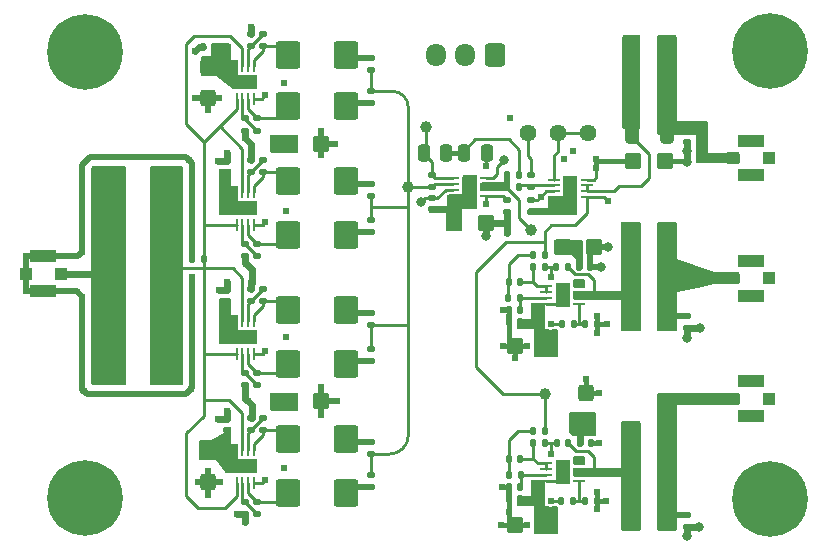
<source format=gbr>
%TF.GenerationSoftware,KiCad,Pcbnew,(6.0.2)*%
%TF.CreationDate,2022-05-06T23:20:48+08:00*%
%TF.ProjectId,NoiseAMP_V2.3,4e6f6973-6541-44d5-905f-56322e332e6b,rev?*%
%TF.SameCoordinates,Original*%
%TF.FileFunction,Copper,L1,Top*%
%TF.FilePolarity,Positive*%
%FSLAX46Y46*%
G04 Gerber Fmt 4.6, Leading zero omitted, Abs format (unit mm)*
G04 Created by KiCad (PCBNEW (6.0.2)) date 2022-05-06 23:20:48*
%MOMM*%
%LPD*%
G01*
G04 APERTURE LIST*
G04 Aperture macros list*
%AMRoundRect*
0 Rectangle with rounded corners*
0 $1 Rounding radius*
0 $2 $3 $4 $5 $6 $7 $8 $9 X,Y pos of 4 corners*
0 Add a 4 corners polygon primitive as box body*
4,1,4,$2,$3,$4,$5,$6,$7,$8,$9,$2,$3,0*
0 Add four circle primitives for the rounded corners*
1,1,$1+$1,$2,$3*
1,1,$1+$1,$4,$5*
1,1,$1+$1,$6,$7*
1,1,$1+$1,$8,$9*
0 Add four rect primitives between the rounded corners*
20,1,$1+$1,$2,$3,$4,$5,0*
20,1,$1+$1,$4,$5,$6,$7,0*
20,1,$1+$1,$6,$7,$8,$9,0*
20,1,$1+$1,$8,$9,$2,$3,0*%
G04 Aperture macros list end*
%TA.AperFunction,SMDPad,CuDef*%
%ADD10C,1.000000*%
%TD*%
%TA.AperFunction,SMDPad,CuDef*%
%ADD11RoundRect,0.250000X0.250000X0.475000X-0.250000X0.475000X-0.250000X-0.475000X0.250000X-0.475000X0*%
%TD*%
%TA.AperFunction,SMDPad,CuDef*%
%ADD12RoundRect,0.062500X-0.425000X-0.062500X0.425000X-0.062500X0.425000X0.062500X-0.425000X0.062500X0*%
%TD*%
%TA.AperFunction,SMDPad,CuDef*%
%ADD13R,1.200000X2.000000*%
%TD*%
%TA.AperFunction,ConnectorPad*%
%ADD14C,6.400000*%
%TD*%
%TA.AperFunction,ComponentPad*%
%ADD15C,3.600000*%
%TD*%
%TA.AperFunction,SMDPad,CuDef*%
%ADD16RoundRect,0.140000X-0.140000X-0.170000X0.140000X-0.170000X0.140000X0.170000X-0.140000X0.170000X0*%
%TD*%
%TA.AperFunction,SMDPad,CuDef*%
%ADD17RoundRect,0.135000X-0.185000X0.135000X-0.185000X-0.135000X0.185000X-0.135000X0.185000X0.135000X0*%
%TD*%
%TA.AperFunction,SMDPad,CuDef*%
%ADD18RoundRect,0.140000X0.140000X0.170000X-0.140000X0.170000X-0.140000X-0.170000X0.140000X-0.170000X0*%
%TD*%
%TA.AperFunction,SMDPad,CuDef*%
%ADD19RoundRect,0.135000X0.185000X-0.135000X0.185000X0.135000X-0.185000X0.135000X-0.185000X-0.135000X0*%
%TD*%
%TA.AperFunction,SMDPad,CuDef*%
%ADD20RoundRect,0.250000X-0.787500X-0.925000X0.787500X-0.925000X0.787500X0.925000X-0.787500X0.925000X0*%
%TD*%
%TA.AperFunction,SMDPad,CuDef*%
%ADD21RoundRect,0.062500X-0.062500X0.425000X-0.062500X-0.425000X0.062500X-0.425000X0.062500X0.425000X0*%
%TD*%
%TA.AperFunction,SMDPad,CuDef*%
%ADD22R,2.000000X1.200000*%
%TD*%
%TA.AperFunction,SMDPad,CuDef*%
%ADD23RoundRect,0.250000X0.325000X0.650000X-0.325000X0.650000X-0.325000X-0.650000X0.325000X-0.650000X0*%
%TD*%
%TA.AperFunction,SMDPad,CuDef*%
%ADD24RoundRect,0.250000X-0.450000X-0.425000X0.450000X-0.425000X0.450000X0.425000X-0.450000X0.425000X0*%
%TD*%
%TA.AperFunction,SMDPad,CuDef*%
%ADD25RoundRect,0.135000X-0.135000X-0.185000X0.135000X-0.185000X0.135000X0.185000X-0.135000X0.185000X0*%
%TD*%
%TA.AperFunction,SMDPad,CuDef*%
%ADD26RoundRect,0.250000X0.450000X0.425000X-0.450000X0.425000X-0.450000X-0.425000X0.450000X-0.425000X0*%
%TD*%
%TA.AperFunction,SMDPad,CuDef*%
%ADD27RoundRect,0.135000X0.135000X0.185000X-0.135000X0.185000X-0.135000X-0.185000X0.135000X-0.185000X0*%
%TD*%
%TA.AperFunction,SMDPad,CuDef*%
%ADD28RoundRect,0.140000X-0.170000X0.140000X-0.170000X-0.140000X0.170000X-0.140000X0.170000X0.140000X0*%
%TD*%
%TA.AperFunction,ComponentPad*%
%ADD29C,1.440000*%
%TD*%
%TA.AperFunction,SMDPad,CuDef*%
%ADD30R,1.000000X1.000000*%
%TD*%
%TA.AperFunction,SMDPad,CuDef*%
%ADD31R,2.200000X1.050000*%
%TD*%
%TA.AperFunction,SMDPad,CuDef*%
%ADD32RoundRect,0.250000X0.425000X-0.450000X0.425000X0.450000X-0.425000X0.450000X-0.425000X-0.450000X0*%
%TD*%
%TA.AperFunction,ComponentPad*%
%ADD33RoundRect,0.250000X0.600000X0.725000X-0.600000X0.725000X-0.600000X-0.725000X0.600000X-0.725000X0*%
%TD*%
%TA.AperFunction,ComponentPad*%
%ADD34O,1.700000X1.950000*%
%TD*%
%TA.AperFunction,ViaPad*%
%ADD35C,0.603000*%
%TD*%
%TA.AperFunction,ViaPad*%
%ADD36C,0.800000*%
%TD*%
%TA.AperFunction,Conductor*%
%ADD37C,0.250000*%
%TD*%
%TA.AperFunction,Conductor*%
%ADD38C,0.400000*%
%TD*%
%TA.AperFunction,Conductor*%
%ADD39C,0.600000*%
%TD*%
%TA.AperFunction,Conductor*%
%ADD40C,0.500000*%
%TD*%
G04 APERTURE END LIST*
D10*
%TO.P,TP4,1,1*%
%TO.N,Net-(R1-Pad1)*%
X144170400Y-90525600D03*
%TD*%
%TO.P,TP3,1,1*%
%TO.N,Net-(R22-Pad2)*%
X155702000Y-108102400D03*
%TD*%
%TO.P,TP2,1,1*%
%TO.N,Net-(R5-Pad1)*%
X154584400Y-94183200D03*
%TD*%
%TO.P,TP1,1,1*%
%TO.N,Net-(C2-Pad2)*%
X145669000Y-85471000D03*
%TD*%
D11*
%TO.P,C3,1*%
%TO.N,Net-(C3-Pad1)*%
X150810000Y-87630000D03*
%TO.P,C3,2*%
%TO.N,Net-(C2-Pad1)*%
X148910000Y-87630000D03*
%TD*%
%TO.P,C2,1*%
%TO.N,Net-(C2-Pad1)*%
X147381000Y-87630000D03*
%TO.P,C2,2*%
%TO.N,Net-(C2-Pad2)*%
X145481000Y-87630000D03*
%TD*%
D12*
%TO.P,U5,1*%
%TO.N,Net-(C19-Pad1)*%
X155838500Y-98945000D03*
%TO.P,U5,2,-*%
X155838500Y-99445000D03*
%TO.P,U5,3,+*%
%TO.N,Net-(C28-Pad1)*%
X155838500Y-99945000D03*
%TO.P,U5,4,V-*%
%TO.N,VSS*%
X155838500Y-100445000D03*
%TO.P,U5,5,+*%
%TO.N,Net-(C25-Pad1)*%
X158613500Y-100445000D03*
%TO.P,U5,6,-*%
%TO.N,Net-(C16-Pad2)*%
X158613500Y-99945000D03*
%TO.P,U5,7*%
X158613500Y-99445000D03*
%TO.P,U5,8,V+*%
%TO.N,VDD*%
X158613500Y-98945000D03*
D13*
%TO.P,U5,9,EP*%
%TO.N,VSS*%
X157226000Y-99695000D03*
%TD*%
D12*
%TO.P,U8,1*%
%TO.N,Net-(C40-Pad1)*%
X155838500Y-113931000D03*
%TO.P,U8,2,-*%
X155838500Y-114431000D03*
%TO.P,U8,3,+*%
%TO.N,Net-(C45-Pad1)*%
X155838500Y-114931000D03*
%TO.P,U8,4,V-*%
%TO.N,VSS*%
X155838500Y-115431000D03*
%TO.P,U8,5,+*%
%TO.N,Net-(C43-Pad1)*%
X158613500Y-115431000D03*
%TO.P,U8,6,-*%
%TO.N,Net-(C37-Pad2)*%
X158613500Y-114931000D03*
%TO.P,U8,7*%
X158613500Y-114431000D03*
%TO.P,U8,8,V+*%
%TO.N,VDD*%
X158613500Y-113931000D03*
D13*
%TO.P,U8,9,EP*%
%TO.N,VSS*%
X157226000Y-114681000D03*
%TD*%
D14*
%TO.P,H1,1*%
%TO.N,N/C*%
X116789200Y-79123000D03*
D15*
X116789200Y-79123000D03*
%TD*%
D16*
%TO.P,C57,1*%
%TO.N,VDD*%
X158701800Y-112193800D03*
%TO.P,C57,2*%
%TO.N,GND*%
X159661800Y-112193800D03*
%TD*%
D17*
%TO.P,R18,1*%
%TO.N,Net-(C13-Pad1)*%
X131380896Y-95373000D03*
%TO.P,R18,2*%
%TO.N,Net-(R17-Pad1)*%
X131380896Y-96393000D03*
%TD*%
D18*
%TO.P,C38,1*%
%TO.N,Net-(C37-Pad2)*%
X157671610Y-112202319D03*
%TO.P,C38,2*%
%TO.N,Net-(C38-Pad2)*%
X156711610Y-112202319D03*
%TD*%
D19*
%TO.P,R37,1*%
%TO.N,Net-(C39-Pad1)*%
X131888896Y-111128999D03*
%TO.P,R37,2*%
%TO.N,Net-(R32-Pad1)*%
X131888896Y-110108999D03*
%TD*%
D16*
%TO.P,C63,1*%
%TO.N,GND*%
X126748600Y-78689200D03*
%TO.P,C63,2*%
%TO.N,VSS*%
X127708600Y-78689200D03*
%TD*%
D20*
%TO.P,C7,1*%
%TO.N,Net-(C7-Pad1)*%
X133998396Y-90043000D03*
%TO.P,C7,2*%
%TO.N,Net-(C7-Pad2)*%
X138923396Y-90043000D03*
%TD*%
D21*
%TO.P,U4,1*%
%TO.N,Net-(C7-Pad1)*%
X131114896Y-90943499D03*
%TO.P,U4,2,-*%
%TO.N,Net-(R13-Pad1)*%
X130614896Y-90943499D03*
%TO.P,U4,3,+*%
%TO.N,Net-(C14-Pad2)*%
X130114896Y-90943499D03*
%TO.P,U4,4,V-*%
%TO.N,VSS*%
X129614896Y-90943499D03*
%TO.P,U4,5,+*%
%TO.N,Net-(C14-Pad2)*%
X129614896Y-93718499D03*
%TO.P,U4,6,-*%
%TO.N,Net-(R17-Pad1)*%
X130114896Y-93718499D03*
%TO.P,U4,7*%
%TO.N,Net-(C13-Pad1)*%
X130614896Y-93718499D03*
%TO.P,U4,8,V+*%
%TO.N,VDD*%
X131114896Y-93718499D03*
D22*
%TO.P,U4,9,EP*%
%TO.N,VSS*%
X130364896Y-92330999D03*
%TD*%
D12*
%TO.P,U3,1*%
%TO.N,Net-(R22-Pad2)*%
X156473500Y-89905737D03*
%TO.P,U3,2,-*%
%TO.N,Net-(R2-Pad1)*%
X156473500Y-90405737D03*
%TO.P,U3,3,+*%
%TO.N,GND*%
X156473500Y-90905737D03*
%TO.P,U3,4,V-*%
%TO.N,VSS*%
X156473500Y-91405737D03*
%TO.P,U3,5,+*%
%TO.N,Net-(R22-Pad2)*%
X159248500Y-91405737D03*
%TO.P,U3,6,-*%
%TO.N,Net-(C10-Pad2)*%
X159248500Y-90905737D03*
%TO.P,U3,7*%
X159248500Y-90405737D03*
%TO.P,U3,8,V+*%
%TO.N,VDD*%
X159248500Y-89905737D03*
D13*
%TO.P,U3,9,EP*%
%TO.N,VSS*%
X157861000Y-90655737D03*
%TD*%
D23*
%TO.P,C20,1*%
%TO.N,Net-(C16-Pad1)*%
X166043835Y-96901000D03*
%TO.P,C20,2*%
%TO.N,Net-(C16-Pad2)*%
X163093835Y-96901000D03*
%TD*%
D20*
%TO.P,C21,1*%
%TO.N,Net-(C14-Pad1)*%
X118758396Y-101853999D03*
%TO.P,C21,2*%
%TO.N,Net-(C14-Pad2)*%
X123683396Y-101853999D03*
%TD*%
D16*
%TO.P,C43,1*%
%TO.N,Net-(C43-Pad1)*%
X159159000Y-117094000D03*
%TO.P,C43,2*%
%TO.N,GND*%
X160119000Y-117094000D03*
%TD*%
D23*
%TO.P,C23,1*%
%TO.N,Net-(C16-Pad1)*%
X166043835Y-99314000D03*
%TO.P,C23,2*%
%TO.N,Net-(C16-Pad2)*%
X163093835Y-99314000D03*
%TD*%
D24*
%TO.P,C60,1*%
%TO.N,VDD*%
X157222200Y-95656400D03*
%TO.P,C60,2*%
%TO.N,GND*%
X159922200Y-95656400D03*
%TD*%
D25*
%TO.P,R22,1*%
%TO.N,Net-(C19-Pad2)*%
X154677610Y-96268000D03*
%TO.P,R22,2*%
%TO.N,Net-(R22-Pad2)*%
X155697610Y-96268000D03*
%TD*%
D15*
%TO.P,H3,1*%
%TO.N,N/C*%
X174747228Y-79044800D03*
D14*
X174747228Y-79044800D03*
%TD*%
D20*
%TO.P,C18,1*%
%TO.N,Net-(C14-Pad1)*%
X118758396Y-98043999D03*
%TO.P,C18,2*%
%TO.N,Net-(C14-Pad2)*%
X123683396Y-98043999D03*
%TD*%
D19*
%TO.P,R25,1*%
%TO.N,Net-(C22-Pad1)*%
X131888896Y-100198999D03*
%TO.P,R25,2*%
%TO.N,Net-(R24-Pad1)*%
X131888896Y-99178999D03*
%TD*%
%TO.P,R4,1*%
%TO.N,Net-(R4-Pad1)*%
X130876896Y-78615000D03*
%TO.P,R4,2*%
%TO.N,GND*%
X130876896Y-77595000D03*
%TD*%
D24*
%TO.P,C74,1*%
%TO.N,GND*%
X153209000Y-104013000D03*
%TO.P,C74,2*%
%TO.N,VSS*%
X155909000Y-104013000D03*
%TD*%
D20*
%TO.P,C1,1*%
%TO.N,Net-(C1-Pad1)*%
X133998396Y-79375000D03*
%TO.P,C1,2*%
%TO.N,Net-(C1-Pad2)*%
X138923396Y-79375000D03*
%TD*%
D26*
%TO.P,C73,1*%
%TO.N,GND*%
X150727400Y-93573600D03*
%TO.P,C73,2*%
%TO.N,VSS*%
X148027400Y-93573600D03*
%TD*%
D19*
%TO.P,R24,1*%
%TO.N,Net-(R24-Pad1)*%
X130872896Y-100198999D03*
%TO.P,R24,2*%
%TO.N,GND*%
X130872896Y-99178999D03*
%TD*%
D23*
%TO.P,C5,1*%
%TO.N,Net-(C10-Pad1)*%
X166043835Y-78699030D03*
%TO.P,C5,2*%
%TO.N,Net-(C10-Pad2)*%
X163093835Y-78699030D03*
%TD*%
D21*
%TO.P,U7,1*%
%TO.N,Net-(C39-Pad1)*%
X131114896Y-112787499D03*
%TO.P,U7,2,-*%
%TO.N,Net-(R32-Pad1)*%
X130614896Y-112787499D03*
%TO.P,U7,3,+*%
%TO.N,Net-(C14-Pad2)*%
X130114896Y-112787499D03*
%TO.P,U7,4,V-*%
%TO.N,VSS*%
X129614896Y-112787499D03*
%TO.P,U7,5,+*%
%TO.N,Net-(C14-Pad2)*%
X129614896Y-115562499D03*
%TO.P,U7,6,-*%
%TO.N,Net-(R39-Pad1)*%
X130114896Y-115562499D03*
%TO.P,U7,7*%
%TO.N,Net-(C49-Pad1)*%
X130614896Y-115562499D03*
%TO.P,U7,8,V+*%
%TO.N,VDD*%
X131114896Y-115562499D03*
D22*
%TO.P,U7,9,EP*%
%TO.N,VSS*%
X130364896Y-114174999D03*
%TD*%
D17*
%TO.P,R31,1*%
%TO.N,Net-(C39-Pad2)*%
X141032896Y-112137001D03*
%TO.P,R31,2*%
%TO.N,Net-(R1-Pad1)*%
X141032896Y-113157001D03*
%TD*%
D20*
%TO.P,C36,1*%
%TO.N,Net-(C36-Pad1)*%
X133998396Y-105537000D03*
%TO.P,C36,2*%
%TO.N,Net-(C36-Pad2)*%
X138923396Y-105537000D03*
%TD*%
D27*
%TO.P,R29,1*%
%TO.N,Net-(C14-Pad2)*%
X126836296Y-96646999D03*
%TO.P,R29,2*%
%TO.N,GND*%
X125816296Y-96646999D03*
%TD*%
D20*
%TO.P,C24,1*%
%TO.N,Net-(C14-Pad1)*%
X118758396Y-105663999D03*
%TO.P,C24,2*%
%TO.N,Net-(C14-Pad2)*%
X123683396Y-105663999D03*
%TD*%
D19*
%TO.P,R1,1*%
%TO.N,Net-(R1-Pad1)*%
X146177000Y-90530737D03*
%TO.P,R1,2*%
%TO.N,Net-(C2-Pad2)*%
X146177000Y-89510737D03*
%TD*%
%TO.P,R13,1*%
%TO.N,Net-(R13-Pad1)*%
X130876896Y-89284999D03*
%TO.P,R13,2*%
%TO.N,GND*%
X130876896Y-88264999D03*
%TD*%
D20*
%TO.P,C49,1*%
%TO.N,Net-(C49-Pad1)*%
X133998396Y-116458999D03*
%TO.P,C49,2*%
%TO.N,Net-(C49-Pad2)*%
X138923396Y-116458999D03*
%TD*%
D23*
%TO.P,C9,1*%
%TO.N,Net-(C10-Pad1)*%
X166043835Y-85938030D03*
%TO.P,C9,2*%
%TO.N,Net-(C10-Pad2)*%
X163093835Y-85938030D03*
%TD*%
D27*
%TO.P,R20,1*%
%TO.N,Net-(C25-Pad1)*%
X158167800Y-102108000D03*
%TO.P,R20,2*%
%TO.N,Net-(C17-Pad2)*%
X157147800Y-102108000D03*
%TD*%
D28*
%TO.P,C64,1*%
%TO.N,GND*%
X128844896Y-88294999D03*
%TO.P,C64,2*%
%TO.N,VSS*%
X128844896Y-89254999D03*
%TD*%
D15*
%TO.P,H4,1*%
%TO.N,N/C*%
X174747228Y-116990259D03*
D14*
X174747228Y-116990259D03*
%TD*%
D17*
%TO.P,R30,1*%
%TO.N,Net-(C36-Pad1)*%
X131380896Y-106294999D03*
%TO.P,R30,2*%
%TO.N,Net-(R28-Pad1)*%
X131380896Y-107314999D03*
%TD*%
%TO.P,R28,1*%
%TO.N,Net-(R28-Pad1)*%
X130364896Y-106294999D03*
%TO.P,R28,2*%
%TO.N,GND*%
X130364896Y-107314999D03*
%TD*%
%TO.P,R21,1*%
%TO.N,Net-(C22-Pad2)*%
X141032896Y-101217000D03*
%TO.P,R21,2*%
%TO.N,Net-(R1-Pad1)*%
X141032896Y-102237000D03*
%TD*%
D24*
%TO.P,C58,1*%
%TO.N,VDD*%
X134094896Y-86869999D03*
%TO.P,C58,2*%
%TO.N,GND*%
X136794896Y-86869999D03*
%TD*%
D20*
%TO.P,C39,1*%
%TO.N,Net-(C39-Pad1)*%
X133998396Y-111887000D03*
%TO.P,C39,2*%
%TO.N,Net-(C39-Pad2)*%
X138923396Y-111887000D03*
%TD*%
D17*
%TO.P,R40,1*%
%TO.N,Net-(C37-Pad1)*%
X167790165Y-118274112D03*
%TO.P,R40,2*%
%TO.N,GND*%
X167790165Y-119294112D03*
%TD*%
%TO.P,R41,1*%
%TO.N,Net-(C49-Pad1)*%
X131380896Y-117216999D03*
%TO.P,R41,2*%
%TO.N,Net-(R39-Pad1)*%
X131380896Y-118236999D03*
%TD*%
D29*
%TO.P,RV1,1,1*%
%TO.N,Net-(R2-Pad2)*%
X154295000Y-85933478D03*
%TO.P,RV1,2,2*%
%TO.N,Net-(R22-Pad2)*%
X156835000Y-85933478D03*
%TO.P,RV1,3,3*%
X159375000Y-85933478D03*
%TD*%
D28*
%TO.P,C67,1*%
%TO.N,GND*%
X146177000Y-91468000D03*
%TO.P,C67,2*%
%TO.N,VSS*%
X146177000Y-92428000D03*
%TD*%
D16*
%TO.P,C56,1*%
%TO.N,VDD*%
X158600200Y-97284000D03*
%TO.P,C56,2*%
%TO.N,GND*%
X159560200Y-97284000D03*
%TD*%
D21*
%TO.P,U1,1*%
%TO.N,Net-(C1-Pad1)*%
X131114896Y-80275499D03*
%TO.P,U1,2,-*%
%TO.N,Net-(R4-Pad1)*%
X130614896Y-80275499D03*
%TO.P,U1,3,+*%
%TO.N,Net-(C14-Pad2)*%
X130114896Y-80275499D03*
%TO.P,U1,4,V-*%
%TO.N,VSS*%
X129614896Y-80275499D03*
%TO.P,U1,5,+*%
%TO.N,Net-(C14-Pad2)*%
X129614896Y-83050499D03*
%TO.P,U1,6,-*%
%TO.N,Net-(R10-Pad1)*%
X130114896Y-83050499D03*
%TO.P,U1,7*%
%TO.N,Net-(C4-Pad1)*%
X130614896Y-83050499D03*
%TO.P,U1,8,V+*%
%TO.N,VDD*%
X131114896Y-83050499D03*
D22*
%TO.P,U1,9,EP*%
%TO.N,VSS*%
X130364896Y-81662999D03*
%TD*%
D19*
%TO.P,R2,1*%
%TO.N,Net-(R2-Pad1)*%
X154559000Y-90530737D03*
%TO.P,R2,2*%
%TO.N,Net-(R2-Pad2)*%
X154559000Y-89510737D03*
%TD*%
D25*
%TO.P,R35,1*%
%TO.N,Net-(C40-Pad2)*%
X154700410Y-111186319D03*
%TO.P,R35,2*%
%TO.N,Net-(R22-Pad2)*%
X155720410Y-111186319D03*
%TD*%
%TO.P,R6,1*%
%TO.N,Net-(R5-Pad1)*%
X152525000Y-90528737D03*
%TO.P,R6,2*%
%TO.N,Net-(R2-Pad1)*%
X153545000Y-90528737D03*
%TD*%
D17*
%TO.P,R3,1*%
%TO.N,Net-(C1-Pad2)*%
X141032896Y-79628999D03*
%TO.P,R3,2*%
%TO.N,Net-(R1-Pad1)*%
X141032896Y-80648999D03*
%TD*%
D24*
%TO.P,C59,1*%
%TO.N,VDD*%
X134094896Y-108688599D03*
%TO.P,C59,2*%
%TO.N,GND*%
X136794896Y-108688599D03*
%TD*%
D30*
%TO.P,J3,1,In*%
%TO.N,Net-(C16-Pad1)*%
X171677200Y-98264886D03*
%TO.P,J3,2,Ext*%
%TO.N,GND*%
X174677200Y-98264886D03*
D31*
X173177200Y-96789886D03*
X173177200Y-99739886D03*
%TD*%
D18*
%TO.P,C45,2*%
%TO.N,GND*%
X152682000Y-115951000D03*
%TO.P,C45,1*%
%TO.N,Net-(C45-Pad1)*%
X153642000Y-115951000D03*
%TD*%
D23*
%TO.P,C6,1*%
%TO.N,Net-(C10-Pad1)*%
X166043835Y-81112030D03*
%TO.P,C6,2*%
%TO.N,Net-(C10-Pad2)*%
X163093835Y-81112030D03*
%TD*%
D20*
%TO.P,C14,1*%
%TO.N,Net-(C14-Pad1)*%
X118758396Y-90423999D03*
%TO.P,C14,2*%
%TO.N,Net-(C14-Pad2)*%
X123683396Y-90423999D03*
%TD*%
D32*
%TO.P,C62,1*%
%TO.N,VDD*%
X159181800Y-110648200D03*
%TO.P,C62,2*%
%TO.N,GND*%
X159181800Y-107948200D03*
%TD*%
D19*
%TO.P,R9,1*%
%TO.N,Net-(C4-Pad2)*%
X141032896Y-83441000D03*
%TO.P,R9,2*%
%TO.N,Net-(R1-Pad1)*%
X141032896Y-82421000D03*
%TD*%
D23*
%TO.P,C44,1*%
%TO.N,Net-(C37-Pad1)*%
X166067000Y-118532111D03*
%TO.P,C44,2*%
%TO.N,Net-(C37-Pad2)*%
X163117000Y-118532111D03*
%TD*%
D19*
%TO.P,R27,1*%
%TO.N,Net-(C36-Pad2)*%
X141032896Y-105286999D03*
%TO.P,R27,2*%
%TO.N,Net-(R1-Pad1)*%
X141032896Y-104266999D03*
%TD*%
D27*
%TO.P,R23,1*%
%TO.N,Net-(C28-Pad1)*%
X153649200Y-99974400D03*
%TO.P,R23,2*%
%TO.N,Net-(C19-Pad2)*%
X152629200Y-99974400D03*
%TD*%
D25*
%TO.P,R5,1*%
%TO.N,Net-(R5-Pad1)*%
X152525000Y-89535000D03*
%TO.P,R5,2*%
%TO.N,Net-(C2-Pad1)*%
X153545000Y-89535000D03*
%TD*%
D23*
%TO.P,C26,1*%
%TO.N,Net-(C16-Pad1)*%
X166043835Y-101727000D03*
%TO.P,C26,2*%
%TO.N,Net-(C16-Pad2)*%
X163093835Y-101727000D03*
%TD*%
D17*
%TO.P,R12,1*%
%TO.N,Net-(C7-Pad2)*%
X141032896Y-90295000D03*
%TO.P,R12,2*%
%TO.N,Net-(R1-Pad1)*%
X141032896Y-91315000D03*
%TD*%
D12*
%TO.P,U2,1*%
%TO.N,Net-(C2-Pad2)*%
X147964500Y-89778737D03*
%TO.P,U2,2,-*%
%TO.N,Net-(R1-Pad1)*%
X147964500Y-90278737D03*
%TO.P,U2,3,+*%
%TO.N,GND*%
X147964500Y-90778737D03*
%TO.P,U2,4,V-*%
%TO.N,VSS*%
X147964500Y-91278737D03*
%TO.P,U2,5,+*%
%TO.N,Net-(C3-Pad1)*%
X150739500Y-91278737D03*
%TO.P,U2,6,-*%
%TO.N,Net-(R5-Pad1)*%
X150739500Y-90778737D03*
%TO.P,U2,7*%
X150739500Y-90278737D03*
%TO.P,U2,8,V+*%
%TO.N,VDD*%
X150739500Y-89778737D03*
D13*
%TO.P,U2,9,EP*%
%TO.N,VSS*%
X149352000Y-90528737D03*
%TD*%
D18*
%TO.P,C40,2*%
%TO.N,Net-(C40-Pad2)*%
X152682000Y-113523119D03*
%TO.P,C40,1*%
%TO.N,Net-(C40-Pad1)*%
X153642000Y-113523119D03*
%TD*%
D16*
%TO.P,C69,1*%
%TO.N,GND*%
X152682000Y-102006400D03*
%TO.P,C69,2*%
%TO.N,VSS*%
X153642000Y-102006400D03*
%TD*%
D20*
%TO.P,C4,1*%
%TO.N,Net-(C4-Pad1)*%
X133998396Y-83692999D03*
%TO.P,C4,2*%
%TO.N,Net-(C4-Pad2)*%
X138923396Y-83692999D03*
%TD*%
D16*
%TO.P,C70,2*%
%TO.N,VSS*%
X153650990Y-116958481D03*
%TO.P,C70,1*%
%TO.N,GND*%
X152690990Y-116958481D03*
%TD*%
D32*
%TO.P,C72,1*%
%TO.N,GND*%
X127240696Y-115548399D03*
%TO.P,C72,2*%
%TO.N,VSS*%
X127240696Y-112848399D03*
%TD*%
D19*
%TO.P,R7,1*%
%TO.N,Net-(C1-Pad1)*%
X131892896Y-78616999D03*
%TO.P,R7,2*%
%TO.N,Net-(R4-Pad1)*%
X131892896Y-77596999D03*
%TD*%
D23*
%TO.P,C42,1*%
%TO.N,Net-(C37-Pad1)*%
X166067000Y-116119111D03*
%TO.P,C42,2*%
%TO.N,Net-(C37-Pad2)*%
X163117000Y-116119111D03*
%TD*%
D16*
%TO.P,C25,1*%
%TO.N,Net-(C25-Pad1)*%
X159159000Y-102108000D03*
%TO.P,C25,2*%
%TO.N,GND*%
X160119000Y-102108000D03*
%TD*%
D17*
%TO.P,R8,1*%
%TO.N,Net-(C3-Pad1)*%
X152527000Y-91669737D03*
%TO.P,R8,2*%
%TO.N,GND*%
X152527000Y-92689737D03*
%TD*%
%TO.P,R11,1*%
%TO.N,Net-(C4-Pad1)*%
X131380896Y-84732399D03*
%TO.P,R11,2*%
%TO.N,Net-(R10-Pad1)*%
X131380896Y-85752399D03*
%TD*%
D27*
%TO.P,R19,1*%
%TO.N,Net-(C17-Pad2)*%
X155697610Y-97284000D03*
%TO.P,R19,2*%
%TO.N,Net-(C19-Pad1)*%
X154677610Y-97284000D03*
%TD*%
D19*
%TO.P,R38,1*%
%TO.N,Net-(C49-Pad2)*%
X141032896Y-115953000D03*
%TO.P,R38,2*%
%TO.N,Net-(R1-Pad1)*%
X141032896Y-114933000D03*
%TD*%
D27*
%TO.P,R34,1*%
%TO.N,Net-(C43-Pad1)*%
X158117000Y-117094000D03*
%TO.P,R34,2*%
%TO.N,Net-(C38-Pad2)*%
X157097000Y-117094000D03*
%TD*%
D18*
%TO.P,C28,1*%
%TO.N,Net-(C28-Pad1)*%
X153642000Y-100990400D03*
%TO.P,C28,2*%
%TO.N,GND*%
X152682000Y-100990400D03*
%TD*%
D28*
%TO.P,C66,1*%
%TO.N,GND*%
X128840896Y-110138999D03*
%TO.P,C66,2*%
%TO.N,VSS*%
X128840896Y-111098999D03*
%TD*%
D15*
%TO.P,H2,1*%
%TO.N,N/C*%
X116789200Y-116842000D03*
D14*
X116789200Y-116842000D03*
%TD*%
D28*
%TO.P,C68,1*%
%TO.N,GND*%
X154559000Y-91671200D03*
%TO.P,C68,2*%
%TO.N,VSS*%
X154559000Y-92631200D03*
%TD*%
D17*
%TO.P,R26,1*%
%TO.N,Net-(C16-Pad1)*%
X167767000Y-101471000D03*
%TO.P,R26,2*%
%TO.N,GND*%
X167767000Y-102491000D03*
%TD*%
D19*
%TO.P,R15,1*%
%TO.N,Net-(C13-Pad2)*%
X141032896Y-94363000D03*
%TO.P,R15,2*%
%TO.N,Net-(R1-Pad1)*%
X141032896Y-93343000D03*
%TD*%
D32*
%TO.P,C71,1*%
%TO.N,GND*%
X127189896Y-83036399D03*
%TO.P,C71,2*%
%TO.N,VSS*%
X127189896Y-80336399D03*
%TD*%
D20*
%TO.P,C22,1*%
%TO.N,Net-(C22-Pad1)*%
X133998396Y-100965000D03*
%TO.P,C22,2*%
%TO.N,Net-(C22-Pad2)*%
X138923396Y-100965000D03*
%TD*%
D19*
%TO.P,R32,1*%
%TO.N,Net-(R32-Pad1)*%
X130872896Y-111128999D03*
%TO.P,R32,2*%
%TO.N,GND*%
X130872896Y-110108999D03*
%TD*%
D23*
%TO.P,C8,1*%
%TO.N,Net-(C10-Pad1)*%
X166043835Y-83525030D03*
%TO.P,C8,2*%
%TO.N,Net-(C10-Pad2)*%
X163093835Y-83525030D03*
%TD*%
D30*
%TO.P,J4,1,In*%
%TO.N,Net-(C14-Pad1)*%
X114758600Y-97891600D03*
%TO.P,J4,2,Ext*%
%TO.N,GND*%
X111758600Y-97891600D03*
D31*
X113258600Y-99366600D03*
X113258600Y-96416600D03*
%TD*%
D19*
%TO.P,R14,1*%
%TO.N,Net-(C7-Pad1)*%
X131892896Y-89283000D03*
%TO.P,R14,2*%
%TO.N,Net-(R13-Pad1)*%
X131892896Y-88263000D03*
%TD*%
D18*
%TO.P,C17,1*%
%TO.N,Net-(C16-Pad2)*%
X157648810Y-97284000D03*
%TO.P,C17,2*%
%TO.N,Net-(C17-Pad2)*%
X156688810Y-97284000D03*
%TD*%
D23*
%TO.P,C41,1*%
%TO.N,Net-(C37-Pad1)*%
X166067000Y-113706111D03*
%TO.P,C41,2*%
%TO.N,Net-(C37-Pad2)*%
X163117000Y-113706111D03*
%TD*%
%TO.P,C16,1*%
%TO.N,Net-(C16-Pad1)*%
X166043835Y-94488000D03*
%TO.P,C16,2*%
%TO.N,Net-(C16-Pad2)*%
X163093835Y-94488000D03*
%TD*%
D20*
%TO.P,C15,1*%
%TO.N,Net-(C14-Pad1)*%
X118758396Y-94233999D03*
%TO.P,C15,2*%
%TO.N,Net-(C14-Pad2)*%
X123683396Y-94233999D03*
%TD*%
D30*
%TO.P,J5,1,In*%
%TO.N,Net-(C37-Pad1)*%
X171677200Y-108451382D03*
D31*
%TO.P,J5,2,Ext*%
%TO.N,GND*%
X173177200Y-109926382D03*
D30*
X174677200Y-108451382D03*
D31*
X173177200Y-106976382D03*
%TD*%
D18*
%TO.P,C19,1*%
%TO.N,Net-(C19-Pad1)*%
X153619200Y-98552000D03*
%TO.P,C19,2*%
%TO.N,Net-(C19-Pad2)*%
X152659200Y-98552000D03*
%TD*%
D27*
%TO.P,R36,2*%
%TO.N,Net-(C40-Pad2)*%
X152653999Y-114935000D03*
%TO.P,R36,1*%
%TO.N,Net-(C45-Pad1)*%
X153673999Y-114935000D03*
%TD*%
D17*
%TO.P,R10,1*%
%TO.N,Net-(R10-Pad1)*%
X130364896Y-84732399D03*
%TO.P,R10,2*%
%TO.N,GND*%
X130364896Y-85752399D03*
%TD*%
D27*
%TO.P,R33,1*%
%TO.N,Net-(C38-Pad2)*%
X155720410Y-112202319D03*
%TO.P,R33,2*%
%TO.N,Net-(C40-Pad1)*%
X154700410Y-112202319D03*
%TD*%
D21*
%TO.P,U6,1*%
%TO.N,Net-(C22-Pad1)*%
X131114896Y-101865499D03*
%TO.P,U6,2,-*%
%TO.N,Net-(R24-Pad1)*%
X130614896Y-101865499D03*
%TO.P,U6,3,+*%
%TO.N,Net-(C14-Pad2)*%
X130114896Y-101865499D03*
%TO.P,U6,4,V-*%
%TO.N,VSS*%
X129614896Y-101865499D03*
%TO.P,U6,5,+*%
%TO.N,Net-(C14-Pad2)*%
X129614896Y-104640499D03*
%TO.P,U6,6,-*%
%TO.N,Net-(R28-Pad1)*%
X130114896Y-104640499D03*
%TO.P,U6,7*%
%TO.N,Net-(C36-Pad1)*%
X130614896Y-104640499D03*
%TO.P,U6,8,V+*%
%TO.N,VDD*%
X131114896Y-104640499D03*
D22*
%TO.P,U6,9,EP*%
%TO.N,VSS*%
X130364896Y-103252999D03*
%TD*%
D24*
%TO.P,C75,1*%
%TO.N,GND*%
X153209000Y-119126000D03*
%TO.P,C75,2*%
%TO.N,VSS*%
X155909000Y-119126000D03*
%TD*%
D23*
%TO.P,C37,1*%
%TO.N,Net-(C37-Pad1)*%
X166067000Y-111252000D03*
%TO.P,C37,2*%
%TO.N,Net-(C37-Pad2)*%
X163117000Y-111252000D03*
%TD*%
D28*
%TO.P,C65,1*%
%TO.N,GND*%
X128840896Y-99238999D03*
%TO.P,C65,2*%
%TO.N,VSS*%
X128840896Y-100198999D03*
%TD*%
D33*
%TO.P,J1,1,Pin_1*%
%TO.N,VDD*%
X151471000Y-79392000D03*
D34*
%TO.P,J1,2,Pin_2*%
%TO.N,GND*%
X148971000Y-79392000D03*
%TO.P,J1,3,Pin_3*%
%TO.N,VSS*%
X146471000Y-79392000D03*
%TD*%
D17*
%TO.P,R39,1*%
%TO.N,Net-(R39-Pad1)*%
X130364896Y-117216999D03*
%TO.P,R39,2*%
%TO.N,GND*%
X130364896Y-118236999D03*
%TD*%
D30*
%TO.P,J2,1,In*%
%TO.N,Net-(C10-Pad1)*%
X171677200Y-88078390D03*
D31*
%TO.P,J2,2,Ext*%
%TO.N,GND*%
X173177200Y-89553390D03*
X173177200Y-86603390D03*
D30*
X174677200Y-88078390D03*
%TD*%
D17*
%TO.P,R16,1*%
%TO.N,Net-(C10-Pad1)*%
X167767000Y-85682030D03*
%TO.P,R16,2*%
%TO.N,GND*%
X167767000Y-86702030D03*
%TD*%
D20*
%TO.P,C13,1*%
%TO.N,Net-(C13-Pad1)*%
X133998396Y-94615000D03*
%TO.P,C13,2*%
%TO.N,Net-(C13-Pad2)*%
X138923396Y-94615000D03*
%TD*%
D17*
%TO.P,R17,1*%
%TO.N,Net-(R17-Pad1)*%
X130364896Y-95374999D03*
%TO.P,R17,2*%
%TO.N,GND*%
X130364896Y-96394999D03*
%TD*%
D24*
%TO.P,C61,1*%
%TO.N,VDD*%
X163216600Y-88341200D03*
%TO.P,C61,2*%
%TO.N,GND*%
X165916600Y-88341200D03*
%TD*%
D35*
%TO.N,Net-(R22-Pad2)*%
X161036000Y-91744800D03*
%TO.N,Net-(C3-Pad1)*%
X150739500Y-91957500D03*
X150749000Y-88773000D03*
%TO.N,GND*%
X152781000Y-84709000D03*
X157302200Y-88188800D03*
X158117600Y-87452200D03*
X152527000Y-94411800D03*
X160121600Y-102870000D03*
X160985200Y-102108000D03*
X160121600Y-101422200D03*
X160121600Y-117779800D03*
X160934400Y-117094000D03*
X160121600Y-116332000D03*
X154203400Y-104013000D03*
X154178000Y-119126000D03*
X152690990Y-118073010D03*
X152019000Y-119126000D03*
X152682000Y-116456400D03*
X152095200Y-115951000D03*
X160299400Y-112191800D03*
X160274000Y-107950000D03*
X159181800Y-106807000D03*
X152146000Y-104038400D03*
X153212800Y-105054400D03*
X152682000Y-101521200D03*
X152146000Y-100990400D03*
%TO.N,VDD*%
X158597600Y-113538000D03*
X158089600Y-110185200D03*
X158089600Y-110998000D03*
X158597600Y-98552000D03*
D36*
%TO.N,VSS*%
X156108400Y-103124000D03*
X155143200Y-102362000D03*
X155143200Y-101244400D03*
X157226000Y-100228400D03*
X157226000Y-99161600D03*
X157243520Y-115220567D03*
X157226000Y-114147600D03*
X156108400Y-118110000D03*
X155143200Y-117297200D03*
X155143200Y-116179600D03*
D35*
%TO.N,Net-(C38-Pad2)*%
X156210000Y-113157000D03*
X156210000Y-117094000D03*
%TO.N,Net-(C17-Pad2)*%
X156210000Y-98171000D03*
X156210000Y-102108000D03*
%TO.N,Net-(C10-Pad1)*%
X166471600Y-79918230D03*
X166471600Y-82305830D03*
X165658800Y-82305830D03*
X165658800Y-79918230D03*
X166471600Y-84744230D03*
X165658800Y-84744230D03*
%TO.N,Net-(C10-Pad2)*%
X162661600Y-79918230D03*
X163423600Y-82305830D03*
X163423600Y-79918230D03*
X163423600Y-84744230D03*
X162661600Y-84744230D03*
X162661600Y-82305830D03*
D36*
%TO.N,Net-(C14-Pad1)*%
X117842696Y-96138999D03*
X118807896Y-99948999D03*
X119747696Y-96138999D03*
X117842696Y-92328999D03*
X118807896Y-92328999D03*
X118807896Y-96138999D03*
X119747696Y-99948999D03*
X117842696Y-99948999D03*
X119747696Y-103758999D03*
X117842696Y-103758999D03*
X118807896Y-103758999D03*
X119747696Y-92328999D03*
%TO.N,Net-(C14-Pad2)*%
X124573696Y-96138999D03*
X124573696Y-103758999D03*
X122795696Y-92328999D03*
X122795696Y-103758999D03*
X123684696Y-92328999D03*
X122795696Y-99948999D03*
X123684696Y-99948999D03*
X123684696Y-96138999D03*
X122795696Y-96138999D03*
X124573696Y-99948999D03*
X124573696Y-92328999D03*
X123684696Y-103758999D03*
D35*
%TO.N,Net-(C16-Pad1)*%
X165709600Y-95707200D03*
X166471600Y-95707200D03*
X165709600Y-98094800D03*
X166471600Y-98094800D03*
X166471600Y-100533200D03*
X165709600Y-100533200D03*
%TO.N,Net-(C16-Pad2)*%
X162661600Y-95707200D03*
X162661600Y-100533200D03*
X162661600Y-98094800D03*
X163423600Y-100533200D03*
X163423600Y-98094800D03*
X163423600Y-95707200D03*
%TO.N,GND*%
X130364896Y-86372096D03*
X130876896Y-76996704D03*
X118731696Y-108076999D03*
X133807200Y-103276400D03*
X119493696Y-88010999D03*
X128190001Y-115548399D03*
X116572696Y-104901999D03*
X123557696Y-88010999D03*
X113258600Y-99366600D03*
X116572696Y-101853999D03*
X116572696Y-105917999D03*
X136794896Y-109845496D03*
D36*
X172618400Y-106984800D03*
D35*
X116572696Y-100837999D03*
X130886200Y-109372400D03*
X137920001Y-86869999D03*
X116572696Y-93979999D03*
X138123201Y-108688599D03*
D36*
X167767000Y-103301800D03*
X172618400Y-109931200D03*
D35*
X120509696Y-88010999D03*
X126317999Y-115548399D03*
X116699696Y-107822999D03*
X125843696Y-98133504D03*
X115622600Y-96416600D03*
X116572696Y-102869999D03*
X116572696Y-91947999D03*
D36*
X168747912Y-119294112D03*
D35*
X130872896Y-98641504D03*
X125843696Y-104520999D03*
X125843696Y-101472999D03*
X136794896Y-87798296D03*
X116572696Y-90931999D03*
D36*
X172618400Y-99720400D03*
D35*
X126111000Y-78994000D03*
X130454400Y-97053400D03*
X130876896Y-86953504D03*
X127240696Y-114591496D03*
X125843696Y-106552999D03*
X116572696Y-89915999D03*
X127240696Y-116572696D03*
X126136400Y-83032600D03*
X125843696Y-102488999D03*
X114577600Y-99366600D03*
D36*
X173736000Y-99720400D03*
X174701200Y-108458000D03*
X174701200Y-88087200D03*
D35*
X128144199Y-99238999D03*
X111758600Y-96418400D03*
X125843696Y-93344999D03*
X121525696Y-88010999D03*
X122541696Y-88010999D03*
D36*
X150723600Y-94691200D03*
D35*
X111758600Y-99364800D03*
X128168400Y-83032600D03*
D36*
X173736000Y-106984800D03*
D35*
X118477696Y-88010999D03*
X133654800Y-81711800D03*
X125602396Y-88252299D03*
X124573696Y-88010999D03*
X128045999Y-110138999D03*
D36*
X172618400Y-86614000D03*
D35*
X116572696Y-99821999D03*
X116572696Y-92963999D03*
X124827696Y-108076999D03*
X125843696Y-103504999D03*
D36*
X173736000Y-96774000D03*
D35*
X130364896Y-118885304D03*
X125843696Y-91312999D03*
X125843696Y-100456999D03*
X114606600Y-96416600D03*
X129667000Y-118237000D03*
X116572696Y-88899999D03*
X125843696Y-105536999D03*
D36*
X173736000Y-86614000D03*
X145262600Y-91770200D03*
D35*
X130581400Y-108686600D03*
X113258600Y-96416600D03*
X125843696Y-90296999D03*
X120763696Y-108076999D03*
X136794896Y-107451504D03*
X119747696Y-108076999D03*
X125843696Y-94360999D03*
D36*
X160477200Y-97282000D03*
D35*
X125780800Y-107645200D03*
X130886200Y-97815400D03*
D36*
X167767000Y-88392000D03*
D35*
X117715696Y-108076999D03*
X130876896Y-87690104D03*
D36*
X172618400Y-89560400D03*
D35*
X117461696Y-88010999D03*
X127189896Y-83984496D03*
X125843696Y-92328999D03*
X122795696Y-108076999D03*
X111758600Y-97891600D03*
X128844896Y-87664704D03*
X125843696Y-89280999D03*
X128840896Y-109512704D03*
D36*
X172618400Y-96774000D03*
D35*
X116572696Y-106933999D03*
X125843696Y-95376999D03*
X136794896Y-85791696D03*
D36*
X174701200Y-98247200D03*
D35*
X121779696Y-108076999D03*
X128840896Y-98614896D03*
D36*
X167767000Y-87452200D03*
D35*
X155409900Y-91351100D03*
X123811696Y-108076999D03*
D36*
X161086800Y-95656400D03*
D35*
X115619000Y-99366600D03*
D36*
X168833800Y-102489000D03*
D35*
X133654800Y-114350800D03*
X130364896Y-107988704D03*
X133832600Y-92583000D03*
D36*
X173736000Y-89560400D03*
D35*
X125843696Y-99440999D03*
X116572696Y-96011999D03*
D36*
X173736000Y-109931200D03*
X167792400Y-120091200D03*
D35*
X116572696Y-103885999D03*
X116572696Y-94995999D03*
X128071399Y-88294999D03*
%TO.N,Net-(C37-Pad1)*%
X165709600Y-114909600D03*
X165709600Y-117297200D03*
X166471600Y-114909600D03*
X165709600Y-112471200D03*
X166471600Y-117297200D03*
X166471600Y-112471200D03*
%TO.N,Net-(C37-Pad2)*%
X162712400Y-117297200D03*
X163423600Y-112471200D03*
X163474400Y-117297200D03*
X163474400Y-114909600D03*
X162712400Y-114909600D03*
X162661600Y-112471200D03*
%TO.N,VDD*%
X160045400Y-88163400D03*
X132066696Y-104393999D03*
X132066696Y-82778599D03*
X132041296Y-115315999D03*
X158572200Y-96393000D03*
X132828696Y-108330999D03*
X160045400Y-88925400D03*
X132066696Y-93497399D03*
X158572200Y-95554800D03*
X132828696Y-109092999D03*
X132828696Y-86486999D03*
X132828696Y-87248999D03*
D36*
X152273000Y-88239600D03*
D35*
%TO.N,VSS*%
X129870200Y-81635600D03*
X147980400Y-92430600D03*
X128637696Y-112013999D03*
X128637696Y-101091999D03*
X156337000Y-92633800D03*
X128637696Y-101980999D03*
X129870200Y-92303600D03*
X146913600Y-92430600D03*
X130810000Y-81635600D03*
X130886200Y-92329000D03*
X128637696Y-80263999D03*
X129870200Y-103225600D03*
X128637696Y-79247999D03*
X130835400Y-103225600D03*
X130860800Y-114173000D03*
X128637696Y-90931999D03*
X128637696Y-112902999D03*
X155295600Y-92633800D03*
X128637696Y-90042999D03*
X129819400Y-114173000D03*
%TD*%
D37*
%TO.N,Net-(R22-Pad2)*%
X160696937Y-91405737D02*
X161036000Y-91744800D01*
X159248500Y-91405737D02*
X160696937Y-91405737D01*
D38*
%TO.N,GND*%
X167716200Y-88341200D02*
X167767000Y-88392000D01*
X165916600Y-88341200D02*
X167716200Y-88341200D01*
%TO.N,VDD*%
X160045400Y-88341200D02*
X160045400Y-88163400D01*
X160045400Y-88341200D02*
X160045400Y-88925400D01*
X163216600Y-88341200D02*
X160045400Y-88341200D01*
D37*
%TO.N,Net-(C3-Pad1)*%
X150749000Y-87691000D02*
X150810000Y-87630000D01*
X150749000Y-88773000D02*
X150749000Y-87691000D01*
%TO.N,Net-(C2-Pad1)*%
X152654000Y-86487000D02*
X149834600Y-86487000D01*
X153568400Y-89511600D02*
X153568400Y-87401400D01*
X153568400Y-87401400D02*
X152654000Y-86487000D01*
X149834600Y-86487000D02*
X149098000Y-87223600D01*
X153545000Y-89535000D02*
X153568400Y-89511600D01*
D38*
X148910000Y-87630000D02*
X147381000Y-87630000D01*
D37*
%TO.N,Net-(C2-Pad2)*%
X145669000Y-87564000D02*
X145735000Y-87630000D01*
X145669000Y-85471000D02*
X145669000Y-87564000D01*
%TO.N,Net-(C3-Pad1)*%
X150739500Y-91957500D02*
X150739500Y-91963900D01*
%TO.N,Net-(C2-Pad2)*%
X146177000Y-88392000D02*
X145923000Y-88138000D01*
X146177000Y-89510737D02*
X146177000Y-88392000D01*
%TO.N,Net-(C14-Pad2)*%
X128219200Y-85394800D02*
X128219200Y-85344000D01*
X130114896Y-87290496D02*
X128219200Y-85394800D01*
X130114896Y-90943499D02*
X130114896Y-87290496D01*
%TO.N,Net-(C10-Pad2)*%
X164541200Y-87731600D02*
X163169600Y-86360000D01*
X164541200Y-89814400D02*
X164541200Y-87731600D01*
X162001200Y-90474800D02*
X163880800Y-90474800D01*
X161570263Y-90905737D02*
X162001200Y-90474800D01*
X163880800Y-90474800D02*
X164541200Y-89814400D01*
X159248500Y-90905737D02*
X161570263Y-90905737D01*
D39*
%TO.N,GND*%
X152527000Y-93573600D02*
X152527000Y-94411800D01*
D38*
X160119000Y-102108000D02*
X160119000Y-102867400D01*
X160121600Y-102870000D02*
X160119000Y-102867400D01*
X160119000Y-102108000D02*
X160985200Y-102108000D01*
X160119000Y-101424800D02*
X160121600Y-101422200D01*
X160119000Y-102108000D02*
X160119000Y-101424800D01*
X160119000Y-117777200D02*
X160121600Y-117779800D01*
X160119000Y-117094000D02*
X160119000Y-117777200D01*
X160119000Y-117094000D02*
X160934400Y-117094000D01*
X160119000Y-117094000D02*
X160119000Y-116334600D01*
X160121600Y-116332000D02*
X160119000Y-116334600D01*
X153209000Y-104013000D02*
X154203400Y-104013000D01*
X153209000Y-119126000D02*
X154178000Y-119126000D01*
X152690990Y-118073010D02*
X152690990Y-118607990D01*
X153209000Y-119126000D02*
X152019000Y-119126000D01*
X152690990Y-118607990D02*
X153209000Y-119126000D01*
X152690990Y-116958481D02*
X152690990Y-118073010D01*
X152682000Y-116456400D02*
X152682000Y-116949491D01*
X152682000Y-115951000D02*
X152095200Y-115951000D01*
X152682000Y-116949491D02*
X152690990Y-116958481D01*
X152682000Y-115951000D02*
X152682000Y-116456400D01*
X160299400Y-112191800D02*
X160297400Y-112193800D01*
X159661800Y-112193800D02*
X160297400Y-112193800D01*
X160272200Y-107948200D02*
X160274000Y-107950000D01*
X159181800Y-107948200D02*
X160272200Y-107948200D01*
X159181800Y-107948200D02*
X159181800Y-106807000D01*
X153183600Y-104038400D02*
X152146000Y-104038400D01*
X153209000Y-104013000D02*
X153183600Y-104038400D01*
X153209000Y-105050600D02*
X153212800Y-105054400D01*
X153209000Y-104013000D02*
X153209000Y-105050600D01*
X152682000Y-103486000D02*
X153209000Y-104013000D01*
X152682000Y-102006400D02*
X152682000Y-103486000D01*
X152682000Y-101521200D02*
X152682000Y-102006400D01*
X152682000Y-100990400D02*
X152146000Y-100990400D01*
X152682000Y-100990400D02*
X152682000Y-101521200D01*
D37*
%TO.N,VSS*%
X157226000Y-100228400D02*
X156972000Y-100457000D01*
X157243520Y-115220567D02*
X156921200Y-115417600D01*
X156907800Y-115431000D02*
X157243520Y-115220567D01*
X155838500Y-115431000D02*
X156907800Y-115431000D01*
%TO.N,Net-(C16-Pad2)*%
X159893000Y-98425000D02*
X159893000Y-99441000D01*
X159386520Y-97918520D02*
X159893000Y-98425000D01*
X157648810Y-97299540D02*
X158267790Y-97918520D01*
X158267790Y-97918520D02*
X159386520Y-97918520D01*
X157648810Y-97284000D02*
X157648810Y-97299540D01*
%TO.N,Net-(C37-Pad2)*%
X159385000Y-112903000D02*
X159893000Y-113411000D01*
X158372291Y-112903000D02*
X159385000Y-112903000D01*
X159893000Y-113411000D02*
X159893000Y-114554000D01*
X157671610Y-112202319D02*
X158372291Y-112903000D01*
%TO.N,Net-(C38-Pad2)*%
X157097000Y-117094000D02*
X156210000Y-117094000D01*
%TO.N,Net-(C43-Pad1)*%
X158613500Y-117084500D02*
X158623000Y-117094000D01*
X158613500Y-115431000D02*
X158613500Y-117084500D01*
X158623000Y-117094000D02*
X159159000Y-117094000D01*
X158117000Y-117094000D02*
X158623000Y-117094000D01*
%TO.N,Net-(C38-Pad2)*%
X156210000Y-112268000D02*
X156275681Y-112202319D01*
X156210000Y-113157000D02*
X156210000Y-112268000D01*
X156275681Y-112202319D02*
X155720410Y-112202319D01*
X156711610Y-112202319D02*
X156275681Y-112202319D01*
%TO.N,Net-(C40-Pad2)*%
X152654000Y-113495119D02*
X152682000Y-113523119D01*
X152654000Y-111950500D02*
X152654000Y-113495119D01*
X153418181Y-111186319D02*
X152654000Y-111950500D01*
X154700410Y-111186319D02*
X153418181Y-111186319D01*
X152653999Y-113551120D02*
X152682000Y-113523119D01*
X152653999Y-114935000D02*
X152653999Y-113551120D01*
%TO.N,Net-(C45-Pad1)*%
X153677999Y-114931000D02*
X153673999Y-114935000D01*
X155838500Y-114931000D02*
X153677999Y-114931000D01*
X153673999Y-115919001D02*
X153642000Y-115951000D01*
X153673999Y-114935000D02*
X153673999Y-115919001D01*
%TO.N,Net-(C40-Pad1)*%
X155838500Y-114431000D02*
X155838500Y-113931000D01*
X155108291Y-113931000D02*
X154700410Y-113523119D01*
X155838500Y-113931000D02*
X155108291Y-113931000D01*
X154700410Y-113523119D02*
X154700410Y-112202319D01*
X153642000Y-113523119D02*
X154700410Y-113523119D01*
%TO.N,Net-(C17-Pad2)*%
X156210000Y-97286000D02*
X156208000Y-97284000D01*
X156210000Y-98171000D02*
X156210000Y-97286000D01*
X156208000Y-97284000D02*
X156688810Y-97284000D01*
X155697610Y-97284000D02*
X156208000Y-97284000D01*
X157147800Y-102108000D02*
X156210000Y-102108000D01*
%TO.N,VSS*%
X156960000Y-100445000D02*
X157226000Y-100228400D01*
X155838500Y-100445000D02*
X156960000Y-100445000D01*
%TO.N,Net-(C19-Pad2)*%
X153414000Y-96268000D02*
X152654000Y-97028000D01*
X152654000Y-97028000D02*
X152654000Y-98546800D01*
X154677610Y-96268000D02*
X153414000Y-96268000D01*
X152654000Y-98546800D02*
X152659200Y-98552000D01*
%TO.N,Net-(C25-Pad1)*%
X158613500Y-100445000D02*
X158613500Y-101971500D01*
X158750000Y-102108000D02*
X158034410Y-102108000D01*
X159025610Y-102108000D02*
X158750000Y-102108000D01*
X158613500Y-101971500D02*
X158750000Y-102108000D01*
%TO.N,Net-(C19-Pad2)*%
X152629200Y-98582000D02*
X152659200Y-98552000D01*
X152629200Y-99974400D02*
X152629200Y-98582000D01*
%TO.N,Net-(C28-Pad1)*%
X155838500Y-99945000D02*
X153678600Y-99945000D01*
X153678600Y-99945000D02*
X153649200Y-99974400D01*
X153642000Y-99981600D02*
X153649200Y-99974400D01*
X153642000Y-100990400D02*
X153642000Y-99981600D01*
%TO.N,Net-(C19-Pad1)*%
X155838500Y-99445000D02*
X155838500Y-98945000D01*
X155079000Y-98945000D02*
X154686000Y-98552000D01*
X155838500Y-98945000D02*
X155079000Y-98945000D01*
X154686000Y-97292390D02*
X154677610Y-97284000D01*
X154686000Y-98552000D02*
X154686000Y-97292390D01*
X153619200Y-98552000D02*
X154686000Y-98552000D01*
%TO.N,Net-(C1-Pad1)*%
X131114896Y-79793399D02*
X131892896Y-79015399D01*
X131892896Y-78616999D02*
X133240395Y-78616999D01*
X133240395Y-78616999D02*
X133998396Y-79375000D01*
X131892896Y-79015399D02*
X131892896Y-78616999D01*
X131114896Y-80275499D02*
X131114896Y-79793399D01*
D40*
%TO.N,Net-(C1-Pad2)*%
X139177395Y-79628999D02*
X138923396Y-79375000D01*
X141032896Y-79628999D02*
X139177395Y-79628999D01*
D37*
%TO.N,Net-(C2-Pad2)*%
X147964500Y-89778737D02*
X146445000Y-89778737D01*
X146445000Y-89778737D02*
X146177000Y-89510737D01*
%TO.N,Net-(C3-Pad1)*%
X150739500Y-91278737D02*
X150739500Y-91957500D01*
X150739500Y-91278737D02*
X152136000Y-91278737D01*
X152136000Y-91278737D02*
X152527000Y-91669737D01*
%TO.N,Net-(C4-Pad1)*%
X130614896Y-83050499D02*
X130614896Y-83966399D01*
X130614896Y-83966399D02*
X131380896Y-84732399D01*
X131380896Y-84732399D02*
X133817296Y-84732399D01*
D40*
%TO.N,Net-(C4-Pad2)*%
X141032896Y-83441000D02*
X139175396Y-83441000D01*
X139175396Y-83441000D02*
X138923396Y-83693000D01*
%TO.N,Net-(C10-Pad1)*%
X166299835Y-85682030D02*
X166043835Y-85938030D01*
X167767000Y-85682030D02*
X166299835Y-85682030D01*
D37*
%TO.N,Net-(C10-Pad2)*%
X159248500Y-90905737D02*
X159248500Y-90405737D01*
%TO.N,Net-(C7-Pad1)*%
X131892896Y-89683399D02*
X131892896Y-89283000D01*
X133238396Y-89283000D02*
X133998396Y-90043000D01*
X131114896Y-90461399D02*
X131892896Y-89683399D01*
X131114896Y-90943499D02*
X131114896Y-90461399D01*
X131892896Y-89283000D02*
X133238396Y-89283000D01*
D40*
%TO.N,Net-(C7-Pad2)*%
X139175396Y-90295000D02*
X138923396Y-90043000D01*
X141032896Y-90295000D02*
X139175396Y-90295000D01*
D37*
%TO.N,Net-(C13-Pad1)*%
X130614896Y-93718499D02*
X130614896Y-94607000D01*
X133240396Y-95373000D02*
X133998396Y-94615000D01*
X130614896Y-94607000D02*
X131380896Y-95373000D01*
X131380896Y-95373000D02*
X133240396Y-95373000D01*
D40*
%TO.N,Net-(C13-Pad2)*%
X141032896Y-94363000D02*
X139175396Y-94363000D01*
X139175396Y-94363000D02*
X138923396Y-94615000D01*
D39*
%TO.N,Net-(C14-Pad1)*%
X114758600Y-97891600D02*
X118605997Y-97891600D01*
X118605997Y-97891600D02*
X118758396Y-98043999D01*
D37*
%TO.N,Net-(C14-Pad2)*%
X126847600Y-97434400D02*
X126847600Y-96658303D01*
X126390400Y-117703600D02*
X128625600Y-117703600D01*
X126836296Y-86726904D02*
X128219200Y-85344000D01*
X126836296Y-93718499D02*
X126836296Y-86726904D01*
X125374400Y-111404400D02*
X125374400Y-116687600D01*
X129032000Y-77724000D02*
X126034800Y-77724000D01*
X124292995Y-97434400D02*
X126847600Y-97434400D01*
X129607395Y-104648000D02*
X129614896Y-104640499D01*
X126847600Y-108559600D02*
X126847600Y-109931200D01*
X130114896Y-98212496D02*
X129336800Y-97434400D01*
X130114896Y-80275499D02*
X130114896Y-78806896D01*
X130114896Y-78806896D02*
X129032000Y-77724000D01*
X126847600Y-96658303D02*
X126836296Y-96646999D01*
X130114896Y-101865499D02*
X130114896Y-98212496D01*
X126847600Y-109931200D02*
X125374400Y-111404400D01*
X126847600Y-104648000D02*
X129607395Y-104648000D01*
X129614896Y-83948304D02*
X129614896Y-83050499D01*
X126836296Y-96646999D02*
X126836296Y-93718499D01*
X128981200Y-108559600D02*
X126847600Y-108559600D01*
X130114896Y-112787499D02*
X130114896Y-109693296D01*
X130114896Y-109693296D02*
X128981200Y-108559600D01*
X126847600Y-104648000D02*
X126847600Y-108559600D01*
X125323600Y-78435200D02*
X125323600Y-85214208D01*
X125323600Y-85214208D02*
X126836296Y-86726904D01*
X123683396Y-98043999D02*
X124292995Y-97434400D01*
X128219200Y-85344000D02*
X129614896Y-83948304D01*
X129614896Y-116714304D02*
X129614896Y-115562499D01*
X126847600Y-97434400D02*
X126847600Y-104648000D01*
X126836296Y-93718499D02*
X129614896Y-93718499D01*
X125374400Y-116687600D02*
X126390400Y-117703600D01*
X129336800Y-97434400D02*
X126847600Y-97434400D01*
X128625600Y-117703600D02*
X129614896Y-116714304D01*
X126034800Y-77724000D02*
X125323600Y-78435200D01*
D40*
%TO.N,Net-(C16-Pad1)*%
X166299835Y-101471000D02*
X166043835Y-101727000D01*
X167767000Y-101471000D02*
X166299835Y-101471000D01*
D37*
%TO.N,Net-(C22-Pad1)*%
X131114896Y-101865499D02*
X131114896Y-101357999D01*
X131114896Y-101357999D02*
X131888896Y-100583999D01*
X131888896Y-100583999D02*
X131888896Y-100198999D01*
X131888896Y-100198999D02*
X133696296Y-100198999D01*
D40*
%TO.N,Net-(C22-Pad2)*%
X141032896Y-101217000D02*
X139175396Y-101217000D01*
X139175396Y-101217000D02*
X138923396Y-100965000D01*
%TO.N,GND*%
X118477696Y-88010999D02*
X119493696Y-88010999D01*
X125843696Y-93344999D02*
X125843696Y-94360999D01*
X125780800Y-107645200D02*
X125857000Y-107569000D01*
X125361096Y-88010999D02*
X125602396Y-88252299D01*
X159560200Y-97284000D02*
X159560200Y-96018400D01*
X116572696Y-90931999D02*
X116572696Y-89915999D01*
X116572696Y-103885999D02*
X116572696Y-102869999D01*
D39*
X150723600Y-94691200D02*
X150727400Y-94687400D01*
X150727400Y-93573600D02*
X152527000Y-93573600D01*
D40*
X116572696Y-92963999D02*
X116572696Y-91947999D01*
X123811696Y-108076999D02*
X122795696Y-108076999D01*
D39*
X130886200Y-97815400D02*
X130886200Y-98628200D01*
X126748600Y-78689200D02*
X126415800Y-78689200D01*
D40*
X125843696Y-102488999D02*
X125843696Y-103504999D01*
X111758600Y-96418400D02*
X112674400Y-96418400D01*
X121779696Y-108076999D02*
X120763696Y-108076999D01*
D39*
X126415800Y-78689200D02*
X126111000Y-78994000D01*
D40*
X125843696Y-104520999D02*
X125843696Y-105536999D01*
D39*
X130364896Y-118236999D02*
X130364896Y-118885304D01*
D40*
X116572696Y-88899999D02*
X116572696Y-88633904D01*
X125843696Y-106552999D02*
X125843696Y-107187999D01*
X116572696Y-93979999D02*
X116572696Y-92963999D01*
D39*
X167790165Y-119294112D02*
X168747912Y-119294112D01*
X167790165Y-120088965D02*
X167792400Y-120091200D01*
D40*
X122541696Y-88010999D02*
X123557696Y-88010999D01*
X127189896Y-83036399D02*
X128164601Y-83036399D01*
D39*
X128840896Y-99238999D02*
X128840896Y-98614896D01*
X150727400Y-93573600D02*
X150727400Y-94687400D01*
D40*
X124827696Y-108076999D02*
X125349001Y-108076999D01*
X125843696Y-90296999D02*
X125843696Y-91312999D01*
D37*
X146177000Y-91468000D02*
X145564800Y-91468000D01*
D40*
X116572696Y-88633904D02*
X117195601Y-88010999D01*
X124573696Y-88010999D02*
X125361096Y-88010999D01*
D39*
X130886200Y-97485200D02*
X130886200Y-97815400D01*
X130364896Y-107314999D02*
X130364896Y-107988704D01*
D40*
X125843696Y-89280999D02*
X125843696Y-88493599D01*
D37*
X155089800Y-91671200D02*
X154559000Y-91671200D01*
D40*
X125843696Y-94360999D02*
X125843696Y-95376999D01*
D39*
X130364896Y-108470096D02*
X130581400Y-108686600D01*
D40*
X116572696Y-102869999D02*
X116572696Y-101853999D01*
X117715696Y-108076999D02*
X116953696Y-108076999D01*
D39*
X130581400Y-108686600D02*
X130886200Y-108991400D01*
D40*
X136794896Y-86869999D02*
X136794896Y-87798296D01*
X159560200Y-97284000D02*
X160475200Y-97284000D01*
X117461696Y-88010999D02*
X118477696Y-88010999D01*
X120763696Y-108076999D02*
X119747696Y-108076999D01*
D39*
X128840896Y-110138999D02*
X128840896Y-109512704D01*
D40*
X119747696Y-108076999D02*
X118731696Y-108076999D01*
D37*
X146177000Y-91468000D02*
X146631600Y-91468000D01*
D40*
X116572696Y-105917999D02*
X116572696Y-104901999D01*
X127189896Y-83036399D02*
X126140199Y-83036399D01*
D39*
X130876896Y-77595000D02*
X130876896Y-76996704D01*
D40*
X116572696Y-107682696D02*
X116713000Y-107823000D01*
X116572696Y-91947999D02*
X116572696Y-90931999D01*
X115622600Y-96416600D02*
X116168095Y-96416600D01*
X127240696Y-115548399D02*
X128190001Y-115548399D01*
X136794896Y-108688599D02*
X136794896Y-109845496D01*
X116168095Y-96416600D02*
X116572696Y-96011999D01*
D39*
X128840896Y-110138999D02*
X128045999Y-110138999D01*
D40*
X125843696Y-91312999D02*
X125843696Y-92328999D01*
X116117297Y-99366600D02*
X116572696Y-99821999D01*
X114606600Y-96416600D02*
X115622600Y-96416600D01*
D39*
X130872896Y-99178999D02*
X130872896Y-98641504D01*
D40*
X116572696Y-106933999D02*
X116572696Y-105917999D01*
X111758600Y-97891600D02*
X111758600Y-96418400D01*
X122795696Y-108076999D02*
X121779696Y-108076999D01*
X136794896Y-108688599D02*
X136794896Y-107451504D01*
X125843696Y-100456999D02*
X125843696Y-101472999D01*
D39*
X130886200Y-110095695D02*
X130872896Y-110108999D01*
D40*
X125843696Y-88493599D02*
X125602396Y-88252299D01*
X111758600Y-99364800D02*
X112674400Y-99364800D01*
X116572696Y-96011999D02*
X116572696Y-94995999D01*
X116572696Y-101853999D02*
X116572696Y-100837999D01*
D37*
X147320863Y-90778737D02*
X147964500Y-90778737D01*
X145564800Y-91468000D02*
X145262600Y-91770200D01*
D39*
X130454400Y-97053400D02*
X130886200Y-97485200D01*
D40*
X125843696Y-99440999D02*
X125843696Y-100456999D01*
D37*
X146631600Y-91468000D02*
X147320863Y-90778737D01*
D40*
X119493696Y-88010999D02*
X120509696Y-88010999D01*
D39*
X130364896Y-86372096D02*
X130364896Y-85752399D01*
D40*
X125843696Y-105536999D02*
X125843696Y-106552999D01*
D39*
X130886200Y-98628200D02*
X130872896Y-98641504D01*
D40*
X111758600Y-97891600D02*
X111758600Y-99364800D01*
D39*
X167790165Y-119294112D02*
X167790165Y-120088965D01*
X168833800Y-102489000D02*
X168831800Y-102491000D01*
X128844896Y-88294999D02*
X128844896Y-87664704D01*
X130364896Y-96394999D02*
X130364896Y-96963896D01*
D37*
X156473500Y-90905737D02*
X155855263Y-90905737D01*
D40*
X113258600Y-96416600D02*
X114606600Y-96416600D01*
X117195601Y-88010999D02*
X117461696Y-88010999D01*
D39*
X167767000Y-102491000D02*
X167767000Y-103301800D01*
D40*
X136794896Y-86869999D02*
X136794896Y-85791696D01*
X116572696Y-89915999D02*
X116572696Y-88899999D01*
X136794896Y-108688599D02*
X138123201Y-108688599D01*
D39*
X130876896Y-88264999D02*
X130876896Y-87690104D01*
D40*
X113258600Y-99366600D02*
X114577600Y-99366600D01*
D39*
X130876896Y-86953504D02*
X130876896Y-86884096D01*
D40*
X125843696Y-103504999D02*
X125843696Y-104520999D01*
D39*
X128840896Y-99238999D02*
X128144199Y-99238999D01*
D37*
X155855263Y-90905737D02*
X155409900Y-91351100D01*
X155409900Y-91351100D02*
X155089800Y-91671200D01*
D40*
X125843696Y-101472999D02*
X125843696Y-102488999D01*
X120509696Y-88010999D02*
X121525696Y-88010999D01*
D39*
X130876896Y-87690104D02*
X130876896Y-86953504D01*
D40*
X128164601Y-83036399D02*
X128168400Y-83032600D01*
X126140199Y-83036399D02*
X126136400Y-83032600D01*
X116953696Y-108076999D02*
X116699696Y-107822999D01*
X114577600Y-99366600D02*
X115619000Y-99366600D01*
D39*
X130364896Y-96963896D02*
X130454400Y-97053400D01*
D40*
X127240696Y-115548399D02*
X126317999Y-115548399D01*
X125349001Y-108076999D02*
X125780800Y-107645200D01*
X118731696Y-108076999D02*
X117715696Y-108076999D01*
X125857000Y-107569000D02*
X125857000Y-106566303D01*
X159922200Y-95656400D02*
X161086800Y-95656400D01*
D39*
X130364896Y-107988704D02*
X130364896Y-108470096D01*
D40*
X136794896Y-86869999D02*
X137920001Y-86869999D01*
D39*
X167767000Y-87452200D02*
X167767000Y-88392000D01*
X130364896Y-118236999D02*
X129667000Y-118237000D01*
D40*
X127189896Y-83036399D02*
X127189896Y-83984496D01*
X159560200Y-96018400D02*
X159922200Y-95656400D01*
X123557696Y-88010999D02*
X124573696Y-88010999D01*
D39*
X130876896Y-86884096D02*
X130364896Y-86372096D01*
X152527000Y-93573600D02*
X152527000Y-92689737D01*
D40*
X124827696Y-108076999D02*
X123811696Y-108076999D01*
X115619000Y-99366600D02*
X116117297Y-99366600D01*
X121525696Y-88010999D02*
X122541696Y-88010999D01*
X127240696Y-115548399D02*
X127240696Y-114591496D01*
X125843696Y-89280999D02*
X125843696Y-90296999D01*
X116572696Y-94995999D02*
X116572696Y-93979999D01*
X160475200Y-97284000D02*
X160477200Y-97282000D01*
X127240696Y-115548399D02*
X127240696Y-116572696D01*
D39*
X130886200Y-109372400D02*
X130886200Y-110095695D01*
D40*
X125843696Y-98184304D02*
X125843696Y-99440999D01*
D39*
X167767000Y-102491000D02*
X168831800Y-102491000D01*
D40*
X116572696Y-104901999D02*
X116572696Y-103885999D01*
X125843696Y-95376999D02*
X125843696Y-96392999D01*
X125843696Y-92328999D02*
X125843696Y-93344999D01*
D39*
X130886200Y-108991400D02*
X130886200Y-109372400D01*
X128844896Y-88294999D02*
X128071399Y-88294999D01*
X167767000Y-86702030D02*
X167767000Y-87452200D01*
D40*
X125857000Y-106566303D02*
X125843696Y-106552999D01*
X116572696Y-106933999D02*
X116572696Y-107682696D01*
X116572696Y-100837999D02*
X116572696Y-99821999D01*
D37*
%TO.N,Net-(C36-Pad1)*%
X133240397Y-106294999D02*
X133998396Y-105537000D01*
X130614896Y-105528999D02*
X131380896Y-106294999D01*
X130614896Y-104640499D02*
X130614896Y-105528999D01*
X131380896Y-106294999D02*
X133240397Y-106294999D01*
D40*
%TO.N,Net-(C36-Pad2)*%
X141032896Y-105286999D02*
X139173397Y-105286999D01*
X139173397Y-105286999D02*
X138923396Y-105537000D01*
%TO.N,Net-(C37-Pad1)*%
X167790165Y-118274112D02*
X166324999Y-118274112D01*
X166324999Y-118274112D02*
X166067000Y-118532111D01*
D37*
%TO.N,Net-(C39-Pad1)*%
X131114896Y-112787499D02*
X131114896Y-112330799D01*
X131888896Y-111128999D02*
X133240395Y-111128999D01*
X131114896Y-112330799D02*
X131888896Y-111556799D01*
X131888896Y-111556799D02*
X131888896Y-111128999D01*
X133240395Y-111128999D02*
X133998396Y-111887000D01*
D40*
%TO.N,Net-(C39-Pad2)*%
X141032896Y-112137001D02*
X139173397Y-112137001D01*
X139173397Y-112137001D02*
X138923396Y-111887000D01*
D37*
%TO.N,Net-(C49-Pad1)*%
X130614896Y-116450999D02*
X131380896Y-117216999D01*
X133899496Y-117216999D02*
X133920896Y-117195599D01*
X130614896Y-115562499D02*
X130614896Y-116450999D01*
X131380896Y-117216999D02*
X133899496Y-117216999D01*
D40*
%TO.N,Net-(C49-Pad2)*%
X139175396Y-115953000D02*
X138923396Y-116205000D01*
X141032896Y-115953000D02*
X139175396Y-115953000D01*
D37*
%TO.N,VDD*%
X159248500Y-89905737D02*
X159852463Y-89905737D01*
X131794796Y-83050499D02*
X132066696Y-82778599D01*
X159852463Y-89905737D02*
X160045400Y-89712800D01*
X131114896Y-104640499D02*
X131820196Y-104640499D01*
X131114896Y-83050499D02*
X131794796Y-83050499D01*
X131794796Y-115562499D02*
X132041296Y-115315999D01*
X131820196Y-104640499D02*
X132066696Y-104393999D01*
X151663400Y-88849200D02*
X151663400Y-89433400D01*
X131114896Y-115562499D02*
X131794796Y-115562499D01*
X160045400Y-89712800D02*
X160045400Y-88925400D01*
X151663400Y-89433400D02*
X151318063Y-89778737D01*
X152273000Y-88239600D02*
X151663400Y-88849200D01*
X131845596Y-93718499D02*
X132066696Y-93497399D01*
X131114896Y-93718499D02*
X131845596Y-93718499D01*
X151318063Y-89778737D02*
X150739500Y-89778737D01*
%TO.N,Net-(R1-Pad1)*%
X144158304Y-92264896D02*
X144170400Y-92252800D01*
X141032896Y-113157001D02*
X142558908Y-113157001D01*
X144170400Y-99099496D02*
X144170399Y-102236999D01*
X144170400Y-92252800D02*
X144170400Y-90525600D01*
X141032896Y-92264896D02*
X141032896Y-93343000D01*
X141032896Y-102237000D02*
X141032896Y-104266999D01*
X146429000Y-90278737D02*
X146177000Y-90530737D01*
X144170400Y-83813399D02*
X144170400Y-90525600D01*
X141032896Y-92264896D02*
X144158304Y-92264896D01*
X144170400Y-111545507D02*
X144170400Y-99099496D01*
X144175537Y-90530737D02*
X144170400Y-90525600D01*
X141032896Y-113157001D02*
X141032896Y-114933000D01*
X144170400Y-99099496D02*
X144170400Y-92252800D01*
X146177000Y-90530737D02*
X144175537Y-90530737D01*
X141032896Y-91315000D02*
X141032896Y-92264896D01*
X141032896Y-102237000D02*
X144170399Y-102236999D01*
X147964500Y-90278737D02*
X146429000Y-90278737D01*
X141032896Y-82421000D02*
X142778001Y-82421000D01*
X141032896Y-80648999D02*
X141032896Y-82421000D01*
X144170400Y-83813399D02*
G75*
G03*
X142778001Y-82421000I-1392398J1D01*
G01*
X144170400Y-111545507D02*
G75*
G02*
X142558908Y-113157001I-1611492J-2D01*
G01*
%TO.N,Net-(R2-Pad1)*%
X153668000Y-90405737D02*
X153545000Y-90528737D01*
X156473500Y-90405737D02*
X153668000Y-90405737D01*
%TO.N,Net-(R2-Pad2)*%
X154295000Y-85956737D02*
X154295000Y-87874000D01*
X154559000Y-88138000D02*
X154559000Y-89510737D01*
X154295000Y-87874000D02*
X154559000Y-88138000D01*
%TO.N,Net-(R4-Pad1)*%
X130876896Y-78612999D02*
X131892896Y-77596999D01*
X130876896Y-78615000D02*
X130876896Y-78612999D01*
X130614896Y-80275499D02*
X130614896Y-78877000D01*
X130614896Y-78877000D02*
X130876896Y-78615000D01*
%TO.N,Net-(R5-Pad1)*%
X153568400Y-93192600D02*
X154355800Y-93980000D01*
X152525000Y-90623439D02*
X153568400Y-91666839D01*
X152525000Y-90528737D02*
X152525000Y-90623439D01*
X153568400Y-91666839D02*
X153568400Y-93192600D01*
%TO.N,Net-(R10-Pad1)*%
X130114896Y-84482399D02*
X130364896Y-84732399D01*
X130114896Y-83050499D02*
X130114896Y-84482399D01*
X130364896Y-84732399D02*
X130364896Y-84736399D01*
X130364896Y-84736399D02*
X131380896Y-85752399D01*
%TO.N,Net-(R13-Pad1)*%
X130876896Y-89284999D02*
X130876896Y-89279000D01*
X130876896Y-89279000D02*
X131892896Y-88263000D01*
X130614896Y-89546999D02*
X130876896Y-89284999D01*
X130614896Y-90943499D02*
X130614896Y-89546999D01*
%TO.N,Net-(R17-Pad1)*%
X130114896Y-93718499D02*
X130114896Y-95124999D01*
X130114896Y-95124999D02*
X130364896Y-95374999D01*
X130364896Y-95377000D02*
X131380896Y-96393000D01*
X130364896Y-95374999D02*
X130364896Y-95377000D01*
%TO.N,Net-(R22-Pad2)*%
X159248500Y-91405737D02*
X159248500Y-92770300D01*
X156473500Y-87874500D02*
X156845000Y-87503000D01*
X159248500Y-92770300D02*
X158267400Y-93751400D01*
X159375000Y-85956737D02*
X156835000Y-85956737D01*
X155697610Y-95178190D02*
X152421010Y-95178190D01*
X155697610Y-94314590D02*
X155697610Y-95178190D01*
X152171400Y-108102400D02*
X155702000Y-108102400D01*
X155697610Y-95178190D02*
X155697610Y-96268000D01*
X158267400Y-93751400D02*
X156260800Y-93751400D01*
X155702000Y-108102400D02*
X155702000Y-111167909D01*
X149860000Y-97739200D02*
X149860000Y-105791000D01*
X156473500Y-89905737D02*
X156473500Y-87874500D01*
X149860000Y-105791000D02*
X152171400Y-108102400D01*
X156260800Y-93751400D02*
X155697610Y-94314590D01*
X155702000Y-111167909D02*
X155720410Y-111186319D01*
X152421010Y-95178190D02*
X149860000Y-97739200D01*
X156845000Y-87503000D02*
X156835000Y-87493000D01*
X156835000Y-87493000D02*
X156835000Y-85956737D01*
%TO.N,Net-(R24-Pad1)*%
X130614896Y-101865499D02*
X130614896Y-100456999D01*
X130872896Y-100198999D02*
X130872896Y-100194999D01*
X130872896Y-100194999D02*
X131888896Y-99178999D01*
X130614896Y-100456999D02*
X130872896Y-100198999D01*
%TO.N,Net-(R28-Pad1)*%
X130364896Y-106294999D02*
X130364896Y-106298999D01*
X130114896Y-106044999D02*
X130364896Y-106294999D01*
X130114896Y-104640499D02*
X130114896Y-106044999D01*
X130364896Y-106298999D02*
X131380896Y-107314999D01*
%TO.N,Net-(R32-Pad1)*%
X130614896Y-112787499D02*
X130614896Y-111386999D01*
X130872896Y-111124999D02*
X131888896Y-110108999D01*
X130872896Y-111128999D02*
X130872896Y-111124999D01*
X130614896Y-111386999D02*
X130872896Y-111128999D01*
%TO.N,Net-(R39-Pad1)*%
X130364896Y-117216999D02*
X130364896Y-117220999D01*
X130114896Y-115562499D02*
X130114896Y-116966999D01*
X130114896Y-116966999D02*
X130364896Y-117216999D01*
X130364896Y-117220999D02*
X131380896Y-118236999D01*
%TD*%
%TA.AperFunction,Conductor*%
%TO.N,Net-(C14-Pad1)*%
G36*
X120197817Y-88793001D02*
G01*
X120244310Y-88846657D01*
X120255696Y-88898999D01*
X120255696Y-107188999D01*
X120235694Y-107257120D01*
X120182038Y-107303613D01*
X120129696Y-107314999D01*
X117460696Y-107314999D01*
X117392575Y-107294997D01*
X117346082Y-107241341D01*
X117334696Y-107188999D01*
X117334696Y-88898999D01*
X117354698Y-88830878D01*
X117408354Y-88784385D01*
X117460696Y-88772999D01*
X120129696Y-88772999D01*
X120197817Y-88793001D01*
G37*
%TD.AperFunction*%
%TD*%
%TA.AperFunction,Conductor*%
%TO.N,Net-(C10-Pad1)*%
G36*
X166820121Y-77703032D02*
G01*
X166866614Y-77756688D01*
X166878000Y-77809030D01*
X166878000Y-84963000D01*
X169419000Y-84963000D01*
X169487121Y-84983002D01*
X169533614Y-85036658D01*
X169545000Y-85089000D01*
X169545000Y-87630000D01*
X172086000Y-87630000D01*
X172154121Y-87650002D01*
X172200614Y-87703658D01*
X172212000Y-87756000D01*
X172212000Y-88393000D01*
X172191998Y-88461121D01*
X172138342Y-88507614D01*
X172086000Y-88519000D01*
X168655000Y-88519000D01*
X168586879Y-88498998D01*
X168540386Y-88445342D01*
X168529000Y-88393000D01*
X168529000Y-86106000D01*
X165353000Y-86106000D01*
X165284879Y-86085998D01*
X165238386Y-86032342D01*
X165227000Y-85980000D01*
X165227000Y-77809030D01*
X165247002Y-77740909D01*
X165300658Y-77694416D01*
X165353000Y-77683030D01*
X166752000Y-77683030D01*
X166820121Y-77703032D01*
G37*
%TD.AperFunction*%
%TD*%
%TA.AperFunction,Conductor*%
%TO.N,VSS*%
G36*
X129087817Y-110840201D02*
G01*
X129134310Y-110893857D01*
X129145696Y-110946199D01*
X129145696Y-112293399D01*
X129603896Y-112293399D01*
X129672017Y-112313401D01*
X129718510Y-112367057D01*
X129729896Y-112419399D01*
X129729896Y-113588800D01*
X131242800Y-113588800D01*
X131310921Y-113608802D01*
X131357414Y-113662458D01*
X131368800Y-113714800D01*
X131368800Y-114631200D01*
X131348798Y-114699321D01*
X131295142Y-114745814D01*
X131242800Y-114757200D01*
X128714861Y-114757200D01*
X128646740Y-114737198D01*
X128613243Y-114705697D01*
X127861006Y-113679608D01*
X127850296Y-113664999D01*
X126553896Y-113664999D01*
X126485775Y-113644997D01*
X126439282Y-113591341D01*
X126427896Y-113538999D01*
X126427896Y-112114599D01*
X126447898Y-112046478D01*
X126501554Y-111999985D01*
X126553896Y-111988599D01*
X127443896Y-111988599D01*
X128536096Y-111404399D01*
X128536096Y-110946199D01*
X128556098Y-110878078D01*
X128609754Y-110831585D01*
X128662096Y-110820199D01*
X129019696Y-110820199D01*
X129087817Y-110840201D01*
G37*
%TD.AperFunction*%
%TD*%
%TA.AperFunction,Conductor*%
%TO.N,Net-(C37-Pad1)*%
G36*
X172154121Y-107970002D02*
G01*
X172200614Y-108023658D01*
X172212000Y-108076000D01*
X172212000Y-108840000D01*
X172191998Y-108908121D01*
X172138342Y-108954614D01*
X172086000Y-108966000D01*
X166878000Y-108966000D01*
X166878000Y-119507923D01*
X166857998Y-119576044D01*
X166804342Y-119622537D01*
X166751924Y-119633923D01*
X166221392Y-119633598D01*
X165353289Y-119633066D01*
X165285180Y-119613022D01*
X165238720Y-119559338D01*
X165227367Y-119506700D01*
X165253950Y-110362073D01*
X165253950Y-110361989D01*
X165252481Y-108076081D01*
X165272439Y-108007947D01*
X165326065Y-107961420D01*
X165378481Y-107950000D01*
X172086000Y-107950000D01*
X172154121Y-107970002D01*
G37*
%TD.AperFunction*%
%TD*%
%TA.AperFunction,Conductor*%
%TO.N,VDD*%
G36*
X134802816Y-107970001D02*
G01*
X134849309Y-108023657D01*
X134860695Y-108075999D01*
X134860695Y-109347999D01*
X134840693Y-109416120D01*
X134787037Y-109462613D01*
X134734695Y-109473999D01*
X132573695Y-109473999D01*
X132505574Y-109453997D01*
X132459081Y-109400341D01*
X132447695Y-109347999D01*
X132447695Y-108075999D01*
X132467697Y-108007878D01*
X132521353Y-107961385D01*
X132573695Y-107949999D01*
X134734695Y-107949999D01*
X134802816Y-107970001D01*
G37*
%TD.AperFunction*%
%TD*%
%TA.AperFunction,Conductor*%
%TO.N,VSS*%
G36*
X129087817Y-88996201D02*
G01*
X129134310Y-89049857D01*
X129145696Y-89102199D01*
X129145696Y-90449399D01*
X129603896Y-90449399D01*
X129672017Y-90469401D01*
X129718510Y-90523057D01*
X129729896Y-90575399D01*
X129729896Y-91719400D01*
X131242800Y-91719400D01*
X131310921Y-91739402D01*
X131357414Y-91793058D01*
X131368800Y-91845400D01*
X131368800Y-92812600D01*
X131348798Y-92880721D01*
X131295142Y-92927214D01*
X131242800Y-92938600D01*
X128219204Y-92938600D01*
X128151083Y-92918598D01*
X128104590Y-92864942D01*
X128093208Y-92811600D01*
X128104294Y-91414857D01*
X128104294Y-91414845D01*
X128104296Y-91414599D01*
X128104296Y-89102199D01*
X128124298Y-89034078D01*
X128177954Y-88987585D01*
X128230296Y-88976199D01*
X129019696Y-88976199D01*
X129087817Y-88996201D01*
G37*
%TD.AperFunction*%
%TD*%
%TA.AperFunction,Conductor*%
%TO.N,VSS*%
G36*
X149903721Y-89555002D02*
G01*
X149950214Y-89608658D01*
X149961600Y-89661000D01*
X149961600Y-92304600D01*
X149941598Y-92372721D01*
X149887942Y-92419214D01*
X149835600Y-92430600D01*
X148742400Y-92430600D01*
X148742400Y-94133400D01*
X148722398Y-94201521D01*
X148668742Y-94248014D01*
X148616400Y-94259400D01*
X147446000Y-94259400D01*
X147377879Y-94239398D01*
X147331386Y-94185742D01*
X147320000Y-94133400D01*
X147320000Y-92710000D01*
X145998200Y-92710000D01*
X145930079Y-92689998D01*
X145883586Y-92636342D01*
X145872200Y-92584000D01*
X145872200Y-92277200D01*
X145892202Y-92209079D01*
X145945858Y-92162586D01*
X145998200Y-92151200D01*
X147472400Y-92151200D01*
X147472400Y-91286600D01*
X147492402Y-91218479D01*
X147546058Y-91171986D01*
X147598400Y-91160600D01*
X148742400Y-91160600D01*
X148742400Y-89661000D01*
X148762402Y-89592879D01*
X148816058Y-89546386D01*
X148868400Y-89535000D01*
X149835600Y-89535000D01*
X149903721Y-89555002D01*
G37*
%TD.AperFunction*%
%TD*%
%TA.AperFunction,Conductor*%
%TO.N,VDD*%
G36*
X158869921Y-95016002D02*
G01*
X158916414Y-95069658D01*
X158927800Y-95122000D01*
X158927800Y-97435400D01*
X158907798Y-97503521D01*
X158854142Y-97550014D01*
X158801800Y-97561400D01*
X158444200Y-97561400D01*
X158376079Y-97541398D01*
X158329586Y-97487742D01*
X158318200Y-97435400D01*
X158318200Y-96672400D01*
X157962600Y-96316800D01*
X156663801Y-96316800D01*
X156595680Y-96296798D01*
X156549187Y-96243142D01*
X156537824Y-96193223D01*
X156517270Y-95124423D01*
X156535959Y-95055930D01*
X156588711Y-95008414D01*
X156643247Y-94996000D01*
X158801800Y-94996000D01*
X158869921Y-95016002D01*
G37*
%TD.AperFunction*%
%TD*%
%TA.AperFunction,Conductor*%
%TO.N,Net-(C37-Pad2)*%
G36*
X163772121Y-110383002D02*
G01*
X163818614Y-110436658D01*
X163830000Y-110489000D01*
X163830000Y-119508000D01*
X163809998Y-119576121D01*
X163756342Y-119622614D01*
X163704000Y-119634000D01*
X162305000Y-119634000D01*
X162236879Y-119613998D01*
X162190386Y-119560342D01*
X162179000Y-119508000D01*
X162179000Y-115062000D01*
X158241000Y-115062000D01*
X158172879Y-115041998D01*
X158126386Y-114988342D01*
X158115000Y-114936000D01*
X158115000Y-114426000D01*
X158135002Y-114357879D01*
X158188658Y-114311386D01*
X158241000Y-114300000D01*
X162204400Y-114300000D01*
X162179818Y-110489812D01*
X162199380Y-110421565D01*
X162252734Y-110374726D01*
X162305815Y-110363000D01*
X163704000Y-110363000D01*
X163772121Y-110383002D01*
G37*
%TD.AperFunction*%
%TD*%
%TA.AperFunction,Conductor*%
%TO.N,Net-(C10-Pad2)*%
G36*
X163755346Y-77701032D02*
G01*
X163801839Y-77754688D01*
X163813225Y-77807030D01*
X163813225Y-85472000D01*
X163793223Y-85540121D01*
X163739567Y-85586614D01*
X163687225Y-85598000D01*
X162415225Y-85598000D01*
X162347104Y-85577998D01*
X162300611Y-85524342D01*
X162289225Y-85472000D01*
X162289225Y-77807030D01*
X162309227Y-77738909D01*
X162362883Y-77692416D01*
X162415225Y-77681030D01*
X163687225Y-77681030D01*
X163755346Y-77701032D01*
G37*
%TD.AperFunction*%
%TD*%
%TA.AperFunction,Conductor*%
%TO.N,VDD*%
G36*
X134802817Y-86126001D02*
G01*
X134849310Y-86179657D01*
X134860696Y-86231999D01*
X134860696Y-87503999D01*
X134840694Y-87572120D01*
X134787038Y-87618613D01*
X134734696Y-87629999D01*
X132573696Y-87629999D01*
X132505575Y-87609997D01*
X132459082Y-87556341D01*
X132447696Y-87503999D01*
X132447696Y-86231999D01*
X132467698Y-86163878D01*
X132521354Y-86117385D01*
X132573696Y-86105999D01*
X134734696Y-86105999D01*
X134802817Y-86126001D01*
G37*
%TD.AperFunction*%
%TD*%
%TA.AperFunction,Conductor*%
%TO.N,VSS*%
G36*
X129087817Y-78404402D02*
G01*
X129134310Y-78458058D01*
X129145696Y-78510400D01*
X129145696Y-79781399D01*
X129603896Y-79781399D01*
X129672017Y-79801401D01*
X129718510Y-79855057D01*
X129729896Y-79907399D01*
X129729896Y-81051400D01*
X131242800Y-81051400D01*
X131310921Y-81071402D01*
X131357414Y-81125058D01*
X131368800Y-81177400D01*
X131368800Y-82144600D01*
X131348798Y-82212721D01*
X131295142Y-82259214D01*
X131242800Y-82270600D01*
X129403715Y-82270600D01*
X129335594Y-82250598D01*
X129328817Y-82245923D01*
X127864864Y-81163768D01*
X127864865Y-81163768D01*
X127850296Y-81152999D01*
X126706296Y-81152999D01*
X126638175Y-81132997D01*
X126591682Y-81079341D01*
X126580296Y-81026999D01*
X126580296Y-79602599D01*
X126600298Y-79534478D01*
X126653954Y-79487985D01*
X126706296Y-79476599D01*
X127431800Y-79476599D01*
X127431800Y-78510400D01*
X127451802Y-78442279D01*
X127505458Y-78395786D01*
X127557800Y-78384400D01*
X129019696Y-78384400D01*
X129087817Y-78404402D01*
G37*
%TD.AperFunction*%
%TD*%
%TA.AperFunction,Conductor*%
%TO.N,VSS*%
G36*
X129087817Y-99943601D02*
G01*
X129134310Y-99997257D01*
X129145696Y-100049599D01*
X129145696Y-101396799D01*
X129603896Y-101396799D01*
X129672017Y-101416801D01*
X129718510Y-101470457D01*
X129729896Y-101522799D01*
X129729896Y-102641400D01*
X131242800Y-102641400D01*
X131310921Y-102661402D01*
X131357414Y-102715058D01*
X131368800Y-102767400D01*
X131368800Y-103734600D01*
X131348798Y-103802721D01*
X131295142Y-103849214D01*
X131242800Y-103860600D01*
X128293286Y-103860600D01*
X128225165Y-103840598D01*
X128178672Y-103786942D01*
X128167291Y-103735719D01*
X128155101Y-102362562D01*
X128155096Y-102361443D01*
X128155096Y-100049599D01*
X128175098Y-99981478D01*
X128228754Y-99934985D01*
X128281096Y-99923599D01*
X129019696Y-99923599D01*
X129087817Y-99943601D01*
G37*
%TD.AperFunction*%
%TD*%
%TA.AperFunction,Conductor*%
%TO.N,Net-(C16-Pad1)*%
G36*
X166820121Y-93493013D02*
G01*
X166866614Y-93546669D01*
X166878000Y-93599011D01*
X166878000Y-96647000D01*
X170078400Y-97739200D01*
X172086000Y-97739200D01*
X172154121Y-97759202D01*
X172200614Y-97812858D01*
X172212000Y-97865200D01*
X172212000Y-98629200D01*
X172191998Y-98697321D01*
X172138342Y-98743814D01*
X172086000Y-98755200D01*
X170078400Y-98755200D01*
X170071891Y-98756595D01*
X170071889Y-98756595D01*
X168710672Y-99048285D01*
X166878000Y-99441000D01*
X166878000Y-102618011D01*
X166857998Y-102686132D01*
X166804342Y-102732625D01*
X166752000Y-102744011D01*
X165353366Y-102744011D01*
X165285245Y-102724009D01*
X165238752Y-102670353D01*
X165227367Y-102617645D01*
X165236591Y-99444774D01*
X165244711Y-96651388D01*
X165253585Y-93598645D01*
X165273785Y-93530582D01*
X165327575Y-93484246D01*
X165379584Y-93473011D01*
X166752000Y-93473011D01*
X166820121Y-93493013D01*
G37*
%TD.AperFunction*%
%TD*%
%TA.AperFunction,Conductor*%
%TO.N,VSS*%
G36*
X158412721Y-89656602D02*
G01*
X158459214Y-89710258D01*
X158470600Y-89762600D01*
X158470600Y-92787200D01*
X158450598Y-92855321D01*
X158396942Y-92901814D01*
X158344600Y-92913200D01*
X154380200Y-92913200D01*
X154312079Y-92893198D01*
X154265586Y-92839542D01*
X154254200Y-92787200D01*
X154254200Y-92480400D01*
X154274202Y-92412279D01*
X154327858Y-92365786D01*
X154380200Y-92354400D01*
X155981400Y-92354400D01*
X155981400Y-91413600D01*
X156001402Y-91345479D01*
X156055058Y-91298986D01*
X156107400Y-91287600D01*
X157251400Y-91287600D01*
X157251400Y-89762600D01*
X157271402Y-89694479D01*
X157325058Y-89647986D01*
X157377400Y-89636600D01*
X158344600Y-89636600D01*
X158412721Y-89656602D01*
G37*
%TD.AperFunction*%
%TD*%
%TA.AperFunction,Conductor*%
%TO.N,Net-(C14-Pad2)*%
G36*
X125023817Y-88793001D02*
G01*
X125070310Y-88846657D01*
X125081696Y-88898999D01*
X125081696Y-107188999D01*
X125061694Y-107257120D01*
X125008038Y-107303613D01*
X124955696Y-107314999D01*
X122413696Y-107314999D01*
X122345575Y-107294997D01*
X122299082Y-107241341D01*
X122287696Y-107188999D01*
X122287696Y-88898999D01*
X122307698Y-88830878D01*
X122361354Y-88784385D01*
X122413696Y-88772999D01*
X124955696Y-88772999D01*
X125023817Y-88793001D01*
G37*
%TD.AperFunction*%
%TD*%
%TA.AperFunction,Conductor*%
%TO.N,Net-(R5-Pad1)*%
G36*
X152748521Y-89224802D02*
G01*
X152795014Y-89278458D01*
X152806400Y-89330800D01*
X152806400Y-90780600D01*
X152786398Y-90848721D01*
X152732742Y-90895214D01*
X152680400Y-90906600D01*
X150392400Y-90906600D01*
X150324279Y-90886598D01*
X150277786Y-90832942D01*
X150266400Y-90780600D01*
X150266400Y-90270600D01*
X150286402Y-90202479D01*
X150340058Y-90155986D01*
X150392400Y-90144600D01*
X152247600Y-90144600D01*
X152247600Y-89330800D01*
X152267602Y-89262679D01*
X152321258Y-89216186D01*
X152373600Y-89204800D01*
X152680400Y-89204800D01*
X152748521Y-89224802D01*
G37*
%TD.AperFunction*%
%TD*%
%TA.AperFunction,Conductor*%
%TO.N,Net-(C16-Pad2)*%
G36*
X163772121Y-93492002D02*
G01*
X163818614Y-93545658D01*
X163830000Y-93598000D01*
X163830000Y-102617000D01*
X163809998Y-102685121D01*
X163756342Y-102731614D01*
X163704000Y-102743000D01*
X162305000Y-102743000D01*
X162236879Y-102722998D01*
X162190386Y-102669342D01*
X162179000Y-102617000D01*
X162179000Y-100076000D01*
X158241000Y-100076000D01*
X158172879Y-100055998D01*
X158126386Y-100002342D01*
X158115000Y-99950000D01*
X158115000Y-99440000D01*
X158135002Y-99371879D01*
X158188658Y-99325386D01*
X158241000Y-99314000D01*
X162179000Y-99314000D01*
X162179000Y-93598000D01*
X162199002Y-93529879D01*
X162252658Y-93483386D01*
X162305000Y-93472000D01*
X163704000Y-93472000D01*
X163772121Y-93492002D01*
G37*
%TD.AperFunction*%
%TD*%
%TA.AperFunction,Conductor*%
%TO.N,VSS*%
G36*
X155694921Y-100350002D02*
G01*
X155741414Y-100403658D01*
X155752800Y-100456000D01*
X155752800Y-101872399D01*
X155740855Y-101925947D01*
X155728814Y-101951593D01*
X155728813Y-101951596D01*
X155724999Y-101959720D01*
X155702876Y-102101804D01*
X155721521Y-102244386D01*
X155725136Y-102252601D01*
X155742129Y-102291221D01*
X155752800Y-102341967D01*
X155752800Y-102565200D01*
X155970654Y-102565200D01*
X156008228Y-102570933D01*
X156023839Y-102575810D01*
X156128914Y-102608638D01*
X156272686Y-102611273D01*
X156411418Y-102573450D01*
X156411531Y-102573865D01*
X156453372Y-102565200D01*
X156696253Y-102565200D01*
X156764374Y-102585202D01*
X156810867Y-102638858D01*
X156822224Y-102688520D01*
X156867662Y-104824120D01*
X156849114Y-104892651D01*
X156796459Y-104940274D01*
X156741691Y-104952800D01*
X154913600Y-104952800D01*
X154845479Y-104932798D01*
X154798986Y-104879142D01*
X154787600Y-104826800D01*
X154787600Y-102565200D01*
X153491200Y-102565200D01*
X153423079Y-102545198D01*
X153376586Y-102491542D01*
X153365200Y-102439200D01*
X153365200Y-101827600D01*
X153385202Y-101759479D01*
X153438858Y-101712986D01*
X153491200Y-101701600D01*
X154533600Y-101701600D01*
X154533600Y-100456000D01*
X154553602Y-100387879D01*
X154607258Y-100341386D01*
X154659600Y-100330000D01*
X155626800Y-100330000D01*
X155694921Y-100350002D01*
G37*
%TD.AperFunction*%
%TD*%
%TA.AperFunction,Conductor*%
%TO.N,VSS*%
G36*
X155694921Y-115336002D02*
G01*
X155741414Y-115389658D01*
X155752800Y-115442000D01*
X155752800Y-116858399D01*
X155740855Y-116911947D01*
X155728814Y-116937593D01*
X155728813Y-116937596D01*
X155724999Y-116945720D01*
X155702876Y-117087804D01*
X155721521Y-117230386D01*
X155725136Y-117238601D01*
X155742129Y-117277221D01*
X155752800Y-117327967D01*
X155752800Y-117551200D01*
X155970654Y-117551200D01*
X156008228Y-117556933D01*
X156023839Y-117561810D01*
X156128914Y-117594638D01*
X156272686Y-117597273D01*
X156411418Y-117559450D01*
X156411531Y-117559865D01*
X156453372Y-117551200D01*
X156696253Y-117551200D01*
X156764374Y-117571202D01*
X156810867Y-117624858D01*
X156822224Y-117674520D01*
X156867662Y-119810120D01*
X156849114Y-119878651D01*
X156796459Y-119926274D01*
X156741691Y-119938800D01*
X154913600Y-119938800D01*
X154845479Y-119918798D01*
X154798986Y-119865142D01*
X154787600Y-119812800D01*
X154787600Y-117551200D01*
X153491200Y-117551200D01*
X153423079Y-117531198D01*
X153376586Y-117477542D01*
X153365200Y-117425200D01*
X153365200Y-116813600D01*
X153385202Y-116745479D01*
X153438858Y-116698986D01*
X153491200Y-116687600D01*
X154533600Y-116687600D01*
X154533600Y-115442000D01*
X154553602Y-115373879D01*
X154607258Y-115327386D01*
X154659600Y-115316000D01*
X155626800Y-115316000D01*
X155694921Y-115336002D01*
G37*
%TD.AperFunction*%
%TD*%
%TA.AperFunction,Conductor*%
%TO.N,VDD*%
G36*
X159047721Y-98318002D02*
G01*
X159094214Y-98371658D01*
X159105600Y-98424000D01*
X159105600Y-98934000D01*
X159085598Y-99002121D01*
X159031942Y-99048614D01*
X158979600Y-99060000D01*
X158266400Y-99060000D01*
X158198279Y-99039998D01*
X158151786Y-98986342D01*
X158140400Y-98934000D01*
X158140400Y-98424000D01*
X158160402Y-98355879D01*
X158214058Y-98309386D01*
X158266400Y-98298000D01*
X158979600Y-98298000D01*
X159047721Y-98318002D01*
G37*
%TD.AperFunction*%
%TD*%
%TA.AperFunction,Conductor*%
%TO.N,VDD*%
G36*
X160012921Y-109646402D02*
G01*
X160059414Y-109700058D01*
X160070800Y-109752400D01*
X160070800Y-111532400D01*
X160050798Y-111600521D01*
X159997142Y-111647014D01*
X159944800Y-111658400D01*
X159004000Y-111658400D01*
X159004000Y-112345200D01*
X158983998Y-112413321D01*
X158930342Y-112459814D01*
X158878000Y-112471200D01*
X158571200Y-112471200D01*
X158503079Y-112451198D01*
X158456586Y-112397542D01*
X158445200Y-112345200D01*
X158445200Y-111607600D01*
X158141790Y-111607600D01*
X158073669Y-111587598D01*
X158052695Y-111570695D01*
X157770905Y-111288905D01*
X157736879Y-111226593D01*
X157734000Y-111199810D01*
X157734000Y-109752400D01*
X157754002Y-109684279D01*
X157807658Y-109637786D01*
X157860000Y-109626400D01*
X159944800Y-109626400D01*
X160012921Y-109646402D01*
G37*
%TD.AperFunction*%
%TD*%
%TA.AperFunction,Conductor*%
%TO.N,VDD*%
G36*
X159047721Y-113304002D02*
G01*
X159094214Y-113357658D01*
X159105600Y-113410000D01*
X159105600Y-113920000D01*
X159085598Y-113988121D01*
X159031942Y-114034614D01*
X158979600Y-114046000D01*
X158266400Y-114046000D01*
X158198279Y-114025998D01*
X158151786Y-113972342D01*
X158140400Y-113920000D01*
X158140400Y-113410000D01*
X158160402Y-113341879D01*
X158214058Y-113295386D01*
X158266400Y-113284000D01*
X158979600Y-113284000D01*
X159047721Y-113304002D01*
G37*
%TD.AperFunction*%
%TD*%
M02*

</source>
